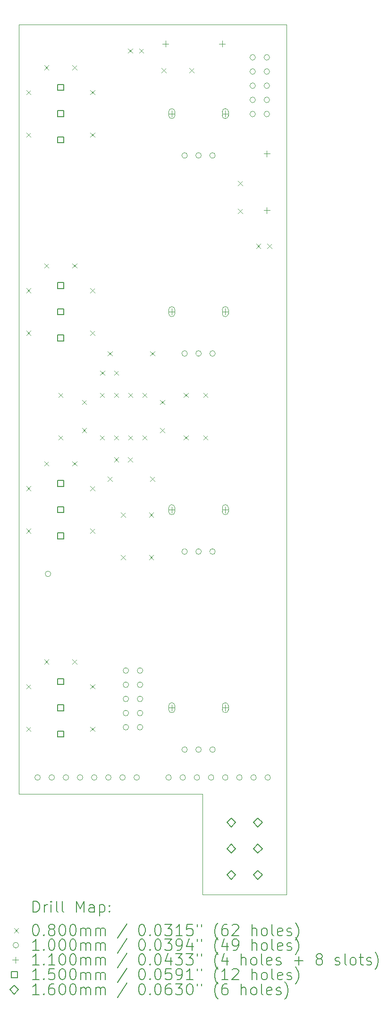
<source format=gbr>
%TF.GenerationSoftware,KiCad,Pcbnew,8.0.5*%
%TF.CreationDate,2024-12-03T21:36:43+01:00*%
%TF.ProjectId,DMH_Mixer_PCB,444d485f-4d69-4786-9572-5f5043422e6b,1*%
%TF.SameCoordinates,Original*%
%TF.FileFunction,Drillmap*%
%TF.FilePolarity,Positive*%
%FSLAX45Y45*%
G04 Gerber Fmt 4.5, Leading zero omitted, Abs format (unit mm)*
G04 Created by KiCad (PCBNEW 8.0.5) date 2024-12-03 21:36:43*
%MOMM*%
%LPD*%
G01*
G04 APERTURE LIST*
%ADD10C,0.050000*%
%ADD11C,0.200000*%
%ADD12C,0.100000*%
%ADD13C,0.110000*%
%ADD14C,0.150000*%
%ADD15C,0.160000*%
G04 APERTURE END LIST*
D10*
X8400000Y-19850000D02*
X8400000Y-18050000D01*
X9900000Y-4250000D02*
X9900000Y-19850000D01*
X5100000Y-18050000D02*
X5100000Y-4250000D01*
X5100000Y-4250000D02*
X9900000Y-4250000D01*
X9900000Y-19850000D02*
X8400000Y-19850000D01*
X8400000Y-18050000D02*
X5100000Y-18050000D01*
D11*
D12*
X5235000Y-5429000D02*
X5315000Y-5509000D01*
X5315000Y-5429000D02*
X5235000Y-5509000D01*
X5235000Y-6191000D02*
X5315000Y-6271000D01*
X5315000Y-6191000D02*
X5235000Y-6271000D01*
X5235000Y-8979000D02*
X5315000Y-9059000D01*
X5315000Y-8979000D02*
X5235000Y-9059000D01*
X5235000Y-9741000D02*
X5315000Y-9821000D01*
X5315000Y-9741000D02*
X5235000Y-9821000D01*
X5235000Y-12529000D02*
X5315000Y-12609000D01*
X5315000Y-12529000D02*
X5235000Y-12609000D01*
X5235000Y-13291000D02*
X5315000Y-13371000D01*
X5315000Y-13291000D02*
X5235000Y-13371000D01*
X5235000Y-16079000D02*
X5315000Y-16159000D01*
X5315000Y-16079000D02*
X5235000Y-16159000D01*
X5235000Y-16841000D02*
X5315000Y-16921000D01*
X5315000Y-16841000D02*
X5235000Y-16921000D01*
X5560000Y-4985000D02*
X5640000Y-5065000D01*
X5640000Y-4985000D02*
X5560000Y-5065000D01*
X5560000Y-8535000D02*
X5640000Y-8615000D01*
X5640000Y-8535000D02*
X5560000Y-8615000D01*
X5560000Y-12085000D02*
X5640000Y-12165000D01*
X5640000Y-12085000D02*
X5560000Y-12165000D01*
X5560000Y-15635000D02*
X5640000Y-15715000D01*
X5640000Y-15635000D02*
X5560000Y-15715000D01*
X5810000Y-10854000D02*
X5890000Y-10934000D01*
X5890000Y-10854000D02*
X5810000Y-10934000D01*
X5810000Y-11616000D02*
X5890000Y-11696000D01*
X5890000Y-11616000D02*
X5810000Y-11696000D01*
X6060000Y-4985000D02*
X6140000Y-5065000D01*
X6140000Y-4985000D02*
X6060000Y-5065000D01*
X6060000Y-8535000D02*
X6140000Y-8615000D01*
X6140000Y-8535000D02*
X6060000Y-8615000D01*
X6060000Y-12085000D02*
X6140000Y-12165000D01*
X6140000Y-12085000D02*
X6060000Y-12165000D01*
X6060000Y-15635000D02*
X6140000Y-15715000D01*
X6140000Y-15635000D02*
X6060000Y-15715000D01*
X6235000Y-10985000D02*
X6315000Y-11065000D01*
X6315000Y-10985000D02*
X6235000Y-11065000D01*
X6235000Y-11485000D02*
X6315000Y-11565000D01*
X6315000Y-11485000D02*
X6235000Y-11565000D01*
X6385000Y-5429000D02*
X6465000Y-5509000D01*
X6465000Y-5429000D02*
X6385000Y-5509000D01*
X6385000Y-6191000D02*
X6465000Y-6271000D01*
X6465000Y-6191000D02*
X6385000Y-6271000D01*
X6385000Y-8979000D02*
X6465000Y-9059000D01*
X6465000Y-8979000D02*
X6385000Y-9059000D01*
X6385000Y-9741000D02*
X6465000Y-9821000D01*
X6465000Y-9741000D02*
X6385000Y-9821000D01*
X6385000Y-12529000D02*
X6465000Y-12609000D01*
X6465000Y-12529000D02*
X6385000Y-12609000D01*
X6385000Y-13291000D02*
X6465000Y-13371000D01*
X6465000Y-13291000D02*
X6385000Y-13371000D01*
X6385000Y-16079000D02*
X6465000Y-16159000D01*
X6465000Y-16079000D02*
X6385000Y-16159000D01*
X6385000Y-16841000D02*
X6465000Y-16921000D01*
X6465000Y-16841000D02*
X6385000Y-16921000D01*
X6555000Y-10855000D02*
X6635000Y-10935000D01*
X6635000Y-10855000D02*
X6555000Y-10935000D01*
X6555000Y-11617000D02*
X6635000Y-11697000D01*
X6635000Y-11617000D02*
X6555000Y-11697000D01*
X6560000Y-10460000D02*
X6640000Y-10540000D01*
X6640000Y-10460000D02*
X6560000Y-10540000D01*
X6698000Y-10110000D02*
X6778000Y-10190000D01*
X6778000Y-10110000D02*
X6698000Y-10190000D01*
X6698000Y-12360000D02*
X6778000Y-12440000D01*
X6778000Y-12360000D02*
X6698000Y-12440000D01*
X6809000Y-10855000D02*
X6889000Y-10935000D01*
X6889000Y-10855000D02*
X6809000Y-10935000D01*
X6809000Y-11617000D02*
X6889000Y-11697000D01*
X6889000Y-11617000D02*
X6809000Y-11697000D01*
X6810000Y-10460000D02*
X6890000Y-10540000D01*
X6890000Y-10460000D02*
X6810000Y-10540000D01*
X6810000Y-12010000D02*
X6890000Y-12090000D01*
X6890000Y-12010000D02*
X6810000Y-12090000D01*
X6935000Y-13004000D02*
X7015000Y-13084000D01*
X7015000Y-13004000D02*
X6935000Y-13084000D01*
X6935000Y-13766000D02*
X7015000Y-13846000D01*
X7015000Y-13766000D02*
X6935000Y-13846000D01*
X7060000Y-4685000D02*
X7140000Y-4765000D01*
X7140000Y-4685000D02*
X7060000Y-4765000D01*
X7060000Y-12010000D02*
X7140000Y-12090000D01*
X7140000Y-12010000D02*
X7060000Y-12090000D01*
X7063000Y-10855000D02*
X7143000Y-10935000D01*
X7143000Y-10855000D02*
X7063000Y-10935000D01*
X7063000Y-11617000D02*
X7143000Y-11697000D01*
X7143000Y-11617000D02*
X7063000Y-11697000D01*
X7260000Y-4685000D02*
X7340000Y-4765000D01*
X7340000Y-4685000D02*
X7260000Y-4765000D01*
X7317000Y-10855000D02*
X7397000Y-10935000D01*
X7397000Y-10855000D02*
X7317000Y-10935000D01*
X7317000Y-11617000D02*
X7397000Y-11697000D01*
X7397000Y-11617000D02*
X7317000Y-11697000D01*
X7435000Y-13004000D02*
X7515000Y-13084000D01*
X7515000Y-13004000D02*
X7435000Y-13084000D01*
X7435000Y-13766000D02*
X7515000Y-13846000D01*
X7515000Y-13766000D02*
X7435000Y-13846000D01*
X7460000Y-10110000D02*
X7540000Y-10190000D01*
X7540000Y-10110000D02*
X7460000Y-10190000D01*
X7460000Y-12360000D02*
X7540000Y-12440000D01*
X7540000Y-12360000D02*
X7460000Y-12440000D01*
X7635000Y-10985000D02*
X7715000Y-11065000D01*
X7715000Y-10985000D02*
X7635000Y-11065000D01*
X7635000Y-11485000D02*
X7715000Y-11565000D01*
X7715000Y-11485000D02*
X7635000Y-11565000D01*
X7660000Y-5035000D02*
X7740000Y-5115000D01*
X7740000Y-5035000D02*
X7660000Y-5115000D01*
X8060000Y-10854000D02*
X8140000Y-10934000D01*
X8140000Y-10854000D02*
X8060000Y-10934000D01*
X8060000Y-11616000D02*
X8140000Y-11696000D01*
X8140000Y-11616000D02*
X8060000Y-11696000D01*
X8160000Y-5035000D02*
X8240000Y-5115000D01*
X8240000Y-5035000D02*
X8160000Y-5115000D01*
X8410000Y-10854000D02*
X8490000Y-10934000D01*
X8490000Y-10854000D02*
X8410000Y-10934000D01*
X8410000Y-11616000D02*
X8490000Y-11696000D01*
X8490000Y-11616000D02*
X8410000Y-11696000D01*
X9035000Y-7060000D02*
X9115000Y-7140000D01*
X9115000Y-7060000D02*
X9035000Y-7140000D01*
X9035000Y-7560000D02*
X9115000Y-7640000D01*
X9115000Y-7560000D02*
X9035000Y-7640000D01*
X9360000Y-8185000D02*
X9440000Y-8265000D01*
X9440000Y-8185000D02*
X9360000Y-8265000D01*
X9560000Y-8185000D02*
X9640000Y-8265000D01*
X9640000Y-8185000D02*
X9560000Y-8265000D01*
X5488000Y-17750000D02*
G75*
G02*
X5388000Y-17750000I-50000J0D01*
G01*
X5388000Y-17750000D02*
G75*
G02*
X5488000Y-17750000I50000J0D01*
G01*
X5675000Y-14100000D02*
G75*
G02*
X5575000Y-14100000I-50000J0D01*
G01*
X5575000Y-14100000D02*
G75*
G02*
X5675000Y-14100000I50000J0D01*
G01*
X5742000Y-17750000D02*
G75*
G02*
X5642000Y-17750000I-50000J0D01*
G01*
X5642000Y-17750000D02*
G75*
G02*
X5742000Y-17750000I50000J0D01*
G01*
X5996000Y-17750000D02*
G75*
G02*
X5896000Y-17750000I-50000J0D01*
G01*
X5896000Y-17750000D02*
G75*
G02*
X5996000Y-17750000I50000J0D01*
G01*
X6250000Y-17750000D02*
G75*
G02*
X6150000Y-17750000I-50000J0D01*
G01*
X6150000Y-17750000D02*
G75*
G02*
X6250000Y-17750000I50000J0D01*
G01*
X6504000Y-17750000D02*
G75*
G02*
X6404000Y-17750000I-50000J0D01*
G01*
X6404000Y-17750000D02*
G75*
G02*
X6504000Y-17750000I50000J0D01*
G01*
X6758000Y-17750000D02*
G75*
G02*
X6658000Y-17750000I-50000J0D01*
G01*
X6658000Y-17750000D02*
G75*
G02*
X6758000Y-17750000I50000J0D01*
G01*
X7012000Y-17750000D02*
G75*
G02*
X6912000Y-17750000I-50000J0D01*
G01*
X6912000Y-17750000D02*
G75*
G02*
X7012000Y-17750000I50000J0D01*
G01*
X7071250Y-15834000D02*
G75*
G02*
X6971250Y-15834000I-50000J0D01*
G01*
X6971250Y-15834000D02*
G75*
G02*
X7071250Y-15834000I50000J0D01*
G01*
X7071250Y-16088000D02*
G75*
G02*
X6971250Y-16088000I-50000J0D01*
G01*
X6971250Y-16088000D02*
G75*
G02*
X7071250Y-16088000I50000J0D01*
G01*
X7071250Y-16342000D02*
G75*
G02*
X6971250Y-16342000I-50000J0D01*
G01*
X6971250Y-16342000D02*
G75*
G02*
X7071250Y-16342000I50000J0D01*
G01*
X7071250Y-16596000D02*
G75*
G02*
X6971250Y-16596000I-50000J0D01*
G01*
X6971250Y-16596000D02*
G75*
G02*
X7071250Y-16596000I50000J0D01*
G01*
X7071250Y-16850000D02*
G75*
G02*
X6971250Y-16850000I-50000J0D01*
G01*
X6971250Y-16850000D02*
G75*
G02*
X7071250Y-16850000I50000J0D01*
G01*
X7266000Y-17750000D02*
G75*
G02*
X7166000Y-17750000I-50000J0D01*
G01*
X7166000Y-17750000D02*
G75*
G02*
X7266000Y-17750000I50000J0D01*
G01*
X7325250Y-15834000D02*
G75*
G02*
X7225250Y-15834000I-50000J0D01*
G01*
X7225250Y-15834000D02*
G75*
G02*
X7325250Y-15834000I50000J0D01*
G01*
X7325250Y-16088000D02*
G75*
G02*
X7225250Y-16088000I-50000J0D01*
G01*
X7225250Y-16088000D02*
G75*
G02*
X7325250Y-16088000I50000J0D01*
G01*
X7325250Y-16342000D02*
G75*
G02*
X7225250Y-16342000I-50000J0D01*
G01*
X7225250Y-16342000D02*
G75*
G02*
X7325250Y-16342000I50000J0D01*
G01*
X7325250Y-16596000D02*
G75*
G02*
X7225250Y-16596000I-50000J0D01*
G01*
X7225250Y-16596000D02*
G75*
G02*
X7325250Y-16596000I50000J0D01*
G01*
X7325250Y-16850000D02*
G75*
G02*
X7225250Y-16850000I-50000J0D01*
G01*
X7225250Y-16850000D02*
G75*
G02*
X7325250Y-16850000I50000J0D01*
G01*
X7837500Y-17750000D02*
G75*
G02*
X7737500Y-17750000I-50000J0D01*
G01*
X7737500Y-17750000D02*
G75*
G02*
X7837500Y-17750000I50000J0D01*
G01*
X8091500Y-17750000D02*
G75*
G02*
X7991500Y-17750000I-50000J0D01*
G01*
X7991500Y-17750000D02*
G75*
G02*
X8091500Y-17750000I50000J0D01*
G01*
X8125000Y-6600000D02*
G75*
G02*
X8025000Y-6600000I-50000J0D01*
G01*
X8025000Y-6600000D02*
G75*
G02*
X8125000Y-6600000I50000J0D01*
G01*
X8125000Y-10150000D02*
G75*
G02*
X8025000Y-10150000I-50000J0D01*
G01*
X8025000Y-10150000D02*
G75*
G02*
X8125000Y-10150000I50000J0D01*
G01*
X8125000Y-13700000D02*
G75*
G02*
X8025000Y-13700000I-50000J0D01*
G01*
X8025000Y-13700000D02*
G75*
G02*
X8125000Y-13700000I50000J0D01*
G01*
X8125000Y-17250000D02*
G75*
G02*
X8025000Y-17250000I-50000J0D01*
G01*
X8025000Y-17250000D02*
G75*
G02*
X8125000Y-17250000I50000J0D01*
G01*
X8345500Y-17750000D02*
G75*
G02*
X8245500Y-17750000I-50000J0D01*
G01*
X8245500Y-17750000D02*
G75*
G02*
X8345500Y-17750000I50000J0D01*
G01*
X8375000Y-6600000D02*
G75*
G02*
X8275000Y-6600000I-50000J0D01*
G01*
X8275000Y-6600000D02*
G75*
G02*
X8375000Y-6600000I50000J0D01*
G01*
X8375000Y-10150000D02*
G75*
G02*
X8275000Y-10150000I-50000J0D01*
G01*
X8275000Y-10150000D02*
G75*
G02*
X8375000Y-10150000I50000J0D01*
G01*
X8375000Y-13700000D02*
G75*
G02*
X8275000Y-13700000I-50000J0D01*
G01*
X8275000Y-13700000D02*
G75*
G02*
X8375000Y-13700000I50000J0D01*
G01*
X8375000Y-17250000D02*
G75*
G02*
X8275000Y-17250000I-50000J0D01*
G01*
X8275000Y-17250000D02*
G75*
G02*
X8375000Y-17250000I50000J0D01*
G01*
X8599500Y-17750000D02*
G75*
G02*
X8499500Y-17750000I-50000J0D01*
G01*
X8499500Y-17750000D02*
G75*
G02*
X8599500Y-17750000I50000J0D01*
G01*
X8625000Y-6600000D02*
G75*
G02*
X8525000Y-6600000I-50000J0D01*
G01*
X8525000Y-6600000D02*
G75*
G02*
X8625000Y-6600000I50000J0D01*
G01*
X8625000Y-10150000D02*
G75*
G02*
X8525000Y-10150000I-50000J0D01*
G01*
X8525000Y-10150000D02*
G75*
G02*
X8625000Y-10150000I50000J0D01*
G01*
X8625000Y-13700000D02*
G75*
G02*
X8525000Y-13700000I-50000J0D01*
G01*
X8525000Y-13700000D02*
G75*
G02*
X8625000Y-13700000I50000J0D01*
G01*
X8625000Y-17250000D02*
G75*
G02*
X8525000Y-17250000I-50000J0D01*
G01*
X8525000Y-17250000D02*
G75*
G02*
X8625000Y-17250000I50000J0D01*
G01*
X8853500Y-17750000D02*
G75*
G02*
X8753500Y-17750000I-50000J0D01*
G01*
X8753500Y-17750000D02*
G75*
G02*
X8853500Y-17750000I50000J0D01*
G01*
X9107500Y-17750000D02*
G75*
G02*
X9007500Y-17750000I-50000J0D01*
G01*
X9007500Y-17750000D02*
G75*
G02*
X9107500Y-17750000I50000J0D01*
G01*
X9346000Y-4842000D02*
G75*
G02*
X9246000Y-4842000I-50000J0D01*
G01*
X9246000Y-4842000D02*
G75*
G02*
X9346000Y-4842000I50000J0D01*
G01*
X9346000Y-5096000D02*
G75*
G02*
X9246000Y-5096000I-50000J0D01*
G01*
X9246000Y-5096000D02*
G75*
G02*
X9346000Y-5096000I50000J0D01*
G01*
X9346000Y-5350000D02*
G75*
G02*
X9246000Y-5350000I-50000J0D01*
G01*
X9246000Y-5350000D02*
G75*
G02*
X9346000Y-5350000I50000J0D01*
G01*
X9346000Y-5604000D02*
G75*
G02*
X9246000Y-5604000I-50000J0D01*
G01*
X9246000Y-5604000D02*
G75*
G02*
X9346000Y-5604000I50000J0D01*
G01*
X9346000Y-5858000D02*
G75*
G02*
X9246000Y-5858000I-50000J0D01*
G01*
X9246000Y-5858000D02*
G75*
G02*
X9346000Y-5858000I50000J0D01*
G01*
X9361500Y-17750000D02*
G75*
G02*
X9261500Y-17750000I-50000J0D01*
G01*
X9261500Y-17750000D02*
G75*
G02*
X9361500Y-17750000I50000J0D01*
G01*
X9600000Y-4842000D02*
G75*
G02*
X9500000Y-4842000I-50000J0D01*
G01*
X9500000Y-4842000D02*
G75*
G02*
X9600000Y-4842000I50000J0D01*
G01*
X9600000Y-5096000D02*
G75*
G02*
X9500000Y-5096000I-50000J0D01*
G01*
X9500000Y-5096000D02*
G75*
G02*
X9600000Y-5096000I50000J0D01*
G01*
X9600000Y-5350000D02*
G75*
G02*
X9500000Y-5350000I-50000J0D01*
G01*
X9500000Y-5350000D02*
G75*
G02*
X9600000Y-5350000I50000J0D01*
G01*
X9600000Y-5604000D02*
G75*
G02*
X9500000Y-5604000I-50000J0D01*
G01*
X9500000Y-5604000D02*
G75*
G02*
X9600000Y-5604000I50000J0D01*
G01*
X9600000Y-5858000D02*
G75*
G02*
X9500000Y-5858000I-50000J0D01*
G01*
X9500000Y-5858000D02*
G75*
G02*
X9600000Y-5858000I50000J0D01*
G01*
X9615500Y-17750000D02*
G75*
G02*
X9515500Y-17750000I-50000J0D01*
G01*
X9515500Y-17750000D02*
G75*
G02*
X9615500Y-17750000I50000J0D01*
G01*
D13*
X7734000Y-4545000D02*
X7734000Y-4655000D01*
X7679000Y-4600000D02*
X7789000Y-4600000D01*
X7845000Y-5795000D02*
X7845000Y-5905000D01*
X7790000Y-5850000D02*
X7900000Y-5850000D01*
D12*
X7900000Y-5885000D02*
X7900000Y-5815000D01*
X7790000Y-5815000D02*
G75*
G02*
X7900000Y-5815000I55000J0D01*
G01*
X7790000Y-5815000D02*
X7790000Y-5885000D01*
X7790000Y-5885000D02*
G75*
G03*
X7900000Y-5885000I55000J0D01*
G01*
D13*
X7845000Y-9345000D02*
X7845000Y-9455000D01*
X7790000Y-9400000D02*
X7900000Y-9400000D01*
D12*
X7900000Y-9435000D02*
X7900000Y-9365000D01*
X7790000Y-9365000D02*
G75*
G02*
X7900000Y-9365000I55000J0D01*
G01*
X7790000Y-9365000D02*
X7790000Y-9435000D01*
X7790000Y-9435000D02*
G75*
G03*
X7900000Y-9435000I55000J0D01*
G01*
D13*
X7845000Y-12895000D02*
X7845000Y-13005000D01*
X7790000Y-12950000D02*
X7900000Y-12950000D01*
D12*
X7900000Y-12985000D02*
X7900000Y-12915000D01*
X7790000Y-12915000D02*
G75*
G02*
X7900000Y-12915000I55000J0D01*
G01*
X7790000Y-12915000D02*
X7790000Y-12985000D01*
X7790000Y-12985000D02*
G75*
G03*
X7900000Y-12985000I55000J0D01*
G01*
D13*
X7845000Y-16445000D02*
X7845000Y-16555000D01*
X7790000Y-16500000D02*
X7900000Y-16500000D01*
D12*
X7900000Y-16535000D02*
X7900000Y-16465000D01*
X7790000Y-16465000D02*
G75*
G02*
X7900000Y-16465000I55000J0D01*
G01*
X7790000Y-16465000D02*
X7790000Y-16535000D01*
X7790000Y-16535000D02*
G75*
G03*
X7900000Y-16535000I55000J0D01*
G01*
D13*
X8750000Y-4545000D02*
X8750000Y-4655000D01*
X8695000Y-4600000D02*
X8805000Y-4600000D01*
X8805000Y-5795000D02*
X8805000Y-5905000D01*
X8750000Y-5850000D02*
X8860000Y-5850000D01*
D12*
X8860000Y-5885000D02*
X8860000Y-5815000D01*
X8750000Y-5815000D02*
G75*
G02*
X8860000Y-5815000I55000J0D01*
G01*
X8750000Y-5815000D02*
X8750000Y-5885000D01*
X8750000Y-5885000D02*
G75*
G03*
X8860000Y-5885000I55000J0D01*
G01*
D13*
X8805000Y-9345000D02*
X8805000Y-9455000D01*
X8750000Y-9400000D02*
X8860000Y-9400000D01*
D12*
X8860000Y-9435000D02*
X8860000Y-9365000D01*
X8750000Y-9365000D02*
G75*
G02*
X8860000Y-9365000I55000J0D01*
G01*
X8750000Y-9365000D02*
X8750000Y-9435000D01*
X8750000Y-9435000D02*
G75*
G03*
X8860000Y-9435000I55000J0D01*
G01*
D13*
X8805000Y-12895000D02*
X8805000Y-13005000D01*
X8750000Y-12950000D02*
X8860000Y-12950000D01*
D12*
X8860000Y-12985000D02*
X8860000Y-12915000D01*
X8750000Y-12915000D02*
G75*
G02*
X8860000Y-12915000I55000J0D01*
G01*
X8750000Y-12915000D02*
X8750000Y-12985000D01*
X8750000Y-12985000D02*
G75*
G03*
X8860000Y-12985000I55000J0D01*
G01*
D13*
X8805000Y-16445000D02*
X8805000Y-16555000D01*
X8750000Y-16500000D02*
X8860000Y-16500000D01*
D12*
X8860000Y-16535000D02*
X8860000Y-16465000D01*
X8750000Y-16465000D02*
G75*
G02*
X8860000Y-16465000I55000J0D01*
G01*
X8750000Y-16465000D02*
X8750000Y-16535000D01*
X8750000Y-16535000D02*
G75*
G03*
X8860000Y-16535000I55000J0D01*
G01*
D13*
X9550000Y-6512000D02*
X9550000Y-6622000D01*
X9495000Y-6567000D02*
X9605000Y-6567000D01*
X9550000Y-7528000D02*
X9550000Y-7638000D01*
X9495000Y-7583000D02*
X9605000Y-7583000D01*
D14*
X5903033Y-5433034D02*
X5903033Y-5326967D01*
X5796966Y-5326967D01*
X5796966Y-5433034D01*
X5903033Y-5433034D01*
X5903033Y-5903033D02*
X5903033Y-5796966D01*
X5796966Y-5796966D01*
X5796966Y-5903033D01*
X5903033Y-5903033D01*
X5903033Y-6373033D02*
X5903033Y-6266966D01*
X5796966Y-6266966D01*
X5796966Y-6373033D01*
X5903033Y-6373033D01*
X5903033Y-8983034D02*
X5903033Y-8876967D01*
X5796966Y-8876967D01*
X5796966Y-8983034D01*
X5903033Y-8983034D01*
X5903033Y-9453034D02*
X5903033Y-9346967D01*
X5796966Y-9346967D01*
X5796966Y-9453034D01*
X5903033Y-9453034D01*
X5903033Y-9923034D02*
X5903033Y-9816967D01*
X5796966Y-9816967D01*
X5796966Y-9923034D01*
X5903033Y-9923034D01*
X5903033Y-12533033D02*
X5903033Y-12426966D01*
X5796966Y-12426966D01*
X5796966Y-12533033D01*
X5903033Y-12533033D01*
X5903033Y-13003033D02*
X5903033Y-12896966D01*
X5796966Y-12896966D01*
X5796966Y-13003033D01*
X5903033Y-13003033D01*
X5903033Y-13473033D02*
X5903033Y-13366966D01*
X5796966Y-13366966D01*
X5796966Y-13473033D01*
X5903033Y-13473033D01*
X5903033Y-16083033D02*
X5903033Y-15976966D01*
X5796966Y-15976966D01*
X5796966Y-16083033D01*
X5903033Y-16083033D01*
X5903033Y-16553033D02*
X5903033Y-16446966D01*
X5796966Y-16446966D01*
X5796966Y-16553033D01*
X5903033Y-16553033D01*
X5903033Y-17023034D02*
X5903033Y-16916967D01*
X5796966Y-16916967D01*
X5796966Y-17023034D01*
X5903033Y-17023034D01*
D15*
X8912500Y-18635000D02*
X8992500Y-18555000D01*
X8912500Y-18475000D01*
X8832500Y-18555000D01*
X8912500Y-18635000D01*
X8912500Y-19105000D02*
X8992500Y-19025000D01*
X8912500Y-18945000D01*
X8832500Y-19025000D01*
X8912500Y-19105000D01*
X8912500Y-19575000D02*
X8992500Y-19495000D01*
X8912500Y-19415000D01*
X8832500Y-19495000D01*
X8912500Y-19575000D01*
X9387500Y-18635000D02*
X9467500Y-18555000D01*
X9387500Y-18475000D01*
X9307500Y-18555000D01*
X9387500Y-18635000D01*
X9387500Y-19105000D02*
X9467500Y-19025000D01*
X9387500Y-18945000D01*
X9307500Y-19025000D01*
X9387500Y-19105000D01*
X9387500Y-19575000D02*
X9467500Y-19495000D01*
X9387500Y-19415000D01*
X9307500Y-19495000D01*
X9387500Y-19575000D01*
D11*
X5358277Y-20163984D02*
X5358277Y-19963984D01*
X5358277Y-19963984D02*
X5405896Y-19963984D01*
X5405896Y-19963984D02*
X5434467Y-19973508D01*
X5434467Y-19973508D02*
X5453515Y-19992555D01*
X5453515Y-19992555D02*
X5463039Y-20011603D01*
X5463039Y-20011603D02*
X5472563Y-20049698D01*
X5472563Y-20049698D02*
X5472563Y-20078270D01*
X5472563Y-20078270D02*
X5463039Y-20116365D01*
X5463039Y-20116365D02*
X5453515Y-20135412D01*
X5453515Y-20135412D02*
X5434467Y-20154460D01*
X5434467Y-20154460D02*
X5405896Y-20163984D01*
X5405896Y-20163984D02*
X5358277Y-20163984D01*
X5558277Y-20163984D02*
X5558277Y-20030650D01*
X5558277Y-20068746D02*
X5567801Y-20049698D01*
X5567801Y-20049698D02*
X5577324Y-20040174D01*
X5577324Y-20040174D02*
X5596372Y-20030650D01*
X5596372Y-20030650D02*
X5615420Y-20030650D01*
X5682086Y-20163984D02*
X5682086Y-20030650D01*
X5682086Y-19963984D02*
X5672562Y-19973508D01*
X5672562Y-19973508D02*
X5682086Y-19983031D01*
X5682086Y-19983031D02*
X5691610Y-19973508D01*
X5691610Y-19973508D02*
X5682086Y-19963984D01*
X5682086Y-19963984D02*
X5682086Y-19983031D01*
X5805896Y-20163984D02*
X5786848Y-20154460D01*
X5786848Y-20154460D02*
X5777324Y-20135412D01*
X5777324Y-20135412D02*
X5777324Y-19963984D01*
X5910658Y-20163984D02*
X5891610Y-20154460D01*
X5891610Y-20154460D02*
X5882086Y-20135412D01*
X5882086Y-20135412D02*
X5882086Y-19963984D01*
X6139229Y-20163984D02*
X6139229Y-19963984D01*
X6139229Y-19963984D02*
X6205896Y-20106841D01*
X6205896Y-20106841D02*
X6272562Y-19963984D01*
X6272562Y-19963984D02*
X6272562Y-20163984D01*
X6453515Y-20163984D02*
X6453515Y-20059222D01*
X6453515Y-20059222D02*
X6443991Y-20040174D01*
X6443991Y-20040174D02*
X6424943Y-20030650D01*
X6424943Y-20030650D02*
X6386848Y-20030650D01*
X6386848Y-20030650D02*
X6367801Y-20040174D01*
X6453515Y-20154460D02*
X6434467Y-20163984D01*
X6434467Y-20163984D02*
X6386848Y-20163984D01*
X6386848Y-20163984D02*
X6367801Y-20154460D01*
X6367801Y-20154460D02*
X6358277Y-20135412D01*
X6358277Y-20135412D02*
X6358277Y-20116365D01*
X6358277Y-20116365D02*
X6367801Y-20097317D01*
X6367801Y-20097317D02*
X6386848Y-20087793D01*
X6386848Y-20087793D02*
X6434467Y-20087793D01*
X6434467Y-20087793D02*
X6453515Y-20078270D01*
X6548753Y-20030650D02*
X6548753Y-20230650D01*
X6548753Y-20040174D02*
X6567801Y-20030650D01*
X6567801Y-20030650D02*
X6605896Y-20030650D01*
X6605896Y-20030650D02*
X6624943Y-20040174D01*
X6624943Y-20040174D02*
X6634467Y-20049698D01*
X6634467Y-20049698D02*
X6643991Y-20068746D01*
X6643991Y-20068746D02*
X6643991Y-20125889D01*
X6643991Y-20125889D02*
X6634467Y-20144936D01*
X6634467Y-20144936D02*
X6624943Y-20154460D01*
X6624943Y-20154460D02*
X6605896Y-20163984D01*
X6605896Y-20163984D02*
X6567801Y-20163984D01*
X6567801Y-20163984D02*
X6548753Y-20154460D01*
X6729705Y-20144936D02*
X6739229Y-20154460D01*
X6739229Y-20154460D02*
X6729705Y-20163984D01*
X6729705Y-20163984D02*
X6720182Y-20154460D01*
X6720182Y-20154460D02*
X6729705Y-20144936D01*
X6729705Y-20144936D02*
X6729705Y-20163984D01*
X6729705Y-20040174D02*
X6739229Y-20049698D01*
X6739229Y-20049698D02*
X6729705Y-20059222D01*
X6729705Y-20059222D02*
X6720182Y-20049698D01*
X6720182Y-20049698D02*
X6729705Y-20040174D01*
X6729705Y-20040174D02*
X6729705Y-20059222D01*
D12*
X5017500Y-20452500D02*
X5097500Y-20532500D01*
X5097500Y-20452500D02*
X5017500Y-20532500D01*
D11*
X5396372Y-20383984D02*
X5415420Y-20383984D01*
X5415420Y-20383984D02*
X5434467Y-20393508D01*
X5434467Y-20393508D02*
X5443991Y-20403031D01*
X5443991Y-20403031D02*
X5453515Y-20422079D01*
X5453515Y-20422079D02*
X5463039Y-20460174D01*
X5463039Y-20460174D02*
X5463039Y-20507793D01*
X5463039Y-20507793D02*
X5453515Y-20545889D01*
X5453515Y-20545889D02*
X5443991Y-20564936D01*
X5443991Y-20564936D02*
X5434467Y-20574460D01*
X5434467Y-20574460D02*
X5415420Y-20583984D01*
X5415420Y-20583984D02*
X5396372Y-20583984D01*
X5396372Y-20583984D02*
X5377324Y-20574460D01*
X5377324Y-20574460D02*
X5367801Y-20564936D01*
X5367801Y-20564936D02*
X5358277Y-20545889D01*
X5358277Y-20545889D02*
X5348753Y-20507793D01*
X5348753Y-20507793D02*
X5348753Y-20460174D01*
X5348753Y-20460174D02*
X5358277Y-20422079D01*
X5358277Y-20422079D02*
X5367801Y-20403031D01*
X5367801Y-20403031D02*
X5377324Y-20393508D01*
X5377324Y-20393508D02*
X5396372Y-20383984D01*
X5548753Y-20564936D02*
X5558277Y-20574460D01*
X5558277Y-20574460D02*
X5548753Y-20583984D01*
X5548753Y-20583984D02*
X5539229Y-20574460D01*
X5539229Y-20574460D02*
X5548753Y-20564936D01*
X5548753Y-20564936D02*
X5548753Y-20583984D01*
X5672562Y-20469698D02*
X5653515Y-20460174D01*
X5653515Y-20460174D02*
X5643991Y-20450650D01*
X5643991Y-20450650D02*
X5634467Y-20431603D01*
X5634467Y-20431603D02*
X5634467Y-20422079D01*
X5634467Y-20422079D02*
X5643991Y-20403031D01*
X5643991Y-20403031D02*
X5653515Y-20393508D01*
X5653515Y-20393508D02*
X5672562Y-20383984D01*
X5672562Y-20383984D02*
X5710658Y-20383984D01*
X5710658Y-20383984D02*
X5729705Y-20393508D01*
X5729705Y-20393508D02*
X5739229Y-20403031D01*
X5739229Y-20403031D02*
X5748753Y-20422079D01*
X5748753Y-20422079D02*
X5748753Y-20431603D01*
X5748753Y-20431603D02*
X5739229Y-20450650D01*
X5739229Y-20450650D02*
X5729705Y-20460174D01*
X5729705Y-20460174D02*
X5710658Y-20469698D01*
X5710658Y-20469698D02*
X5672562Y-20469698D01*
X5672562Y-20469698D02*
X5653515Y-20479222D01*
X5653515Y-20479222D02*
X5643991Y-20488746D01*
X5643991Y-20488746D02*
X5634467Y-20507793D01*
X5634467Y-20507793D02*
X5634467Y-20545889D01*
X5634467Y-20545889D02*
X5643991Y-20564936D01*
X5643991Y-20564936D02*
X5653515Y-20574460D01*
X5653515Y-20574460D02*
X5672562Y-20583984D01*
X5672562Y-20583984D02*
X5710658Y-20583984D01*
X5710658Y-20583984D02*
X5729705Y-20574460D01*
X5729705Y-20574460D02*
X5739229Y-20564936D01*
X5739229Y-20564936D02*
X5748753Y-20545889D01*
X5748753Y-20545889D02*
X5748753Y-20507793D01*
X5748753Y-20507793D02*
X5739229Y-20488746D01*
X5739229Y-20488746D02*
X5729705Y-20479222D01*
X5729705Y-20479222D02*
X5710658Y-20469698D01*
X5872562Y-20383984D02*
X5891610Y-20383984D01*
X5891610Y-20383984D02*
X5910658Y-20393508D01*
X5910658Y-20393508D02*
X5920182Y-20403031D01*
X5920182Y-20403031D02*
X5929705Y-20422079D01*
X5929705Y-20422079D02*
X5939229Y-20460174D01*
X5939229Y-20460174D02*
X5939229Y-20507793D01*
X5939229Y-20507793D02*
X5929705Y-20545889D01*
X5929705Y-20545889D02*
X5920182Y-20564936D01*
X5920182Y-20564936D02*
X5910658Y-20574460D01*
X5910658Y-20574460D02*
X5891610Y-20583984D01*
X5891610Y-20583984D02*
X5872562Y-20583984D01*
X5872562Y-20583984D02*
X5853515Y-20574460D01*
X5853515Y-20574460D02*
X5843991Y-20564936D01*
X5843991Y-20564936D02*
X5834467Y-20545889D01*
X5834467Y-20545889D02*
X5824943Y-20507793D01*
X5824943Y-20507793D02*
X5824943Y-20460174D01*
X5824943Y-20460174D02*
X5834467Y-20422079D01*
X5834467Y-20422079D02*
X5843991Y-20403031D01*
X5843991Y-20403031D02*
X5853515Y-20393508D01*
X5853515Y-20393508D02*
X5872562Y-20383984D01*
X6063039Y-20383984D02*
X6082086Y-20383984D01*
X6082086Y-20383984D02*
X6101134Y-20393508D01*
X6101134Y-20393508D02*
X6110658Y-20403031D01*
X6110658Y-20403031D02*
X6120182Y-20422079D01*
X6120182Y-20422079D02*
X6129705Y-20460174D01*
X6129705Y-20460174D02*
X6129705Y-20507793D01*
X6129705Y-20507793D02*
X6120182Y-20545889D01*
X6120182Y-20545889D02*
X6110658Y-20564936D01*
X6110658Y-20564936D02*
X6101134Y-20574460D01*
X6101134Y-20574460D02*
X6082086Y-20583984D01*
X6082086Y-20583984D02*
X6063039Y-20583984D01*
X6063039Y-20583984D02*
X6043991Y-20574460D01*
X6043991Y-20574460D02*
X6034467Y-20564936D01*
X6034467Y-20564936D02*
X6024943Y-20545889D01*
X6024943Y-20545889D02*
X6015420Y-20507793D01*
X6015420Y-20507793D02*
X6015420Y-20460174D01*
X6015420Y-20460174D02*
X6024943Y-20422079D01*
X6024943Y-20422079D02*
X6034467Y-20403031D01*
X6034467Y-20403031D02*
X6043991Y-20393508D01*
X6043991Y-20393508D02*
X6063039Y-20383984D01*
X6215420Y-20583984D02*
X6215420Y-20450650D01*
X6215420Y-20469698D02*
X6224943Y-20460174D01*
X6224943Y-20460174D02*
X6243991Y-20450650D01*
X6243991Y-20450650D02*
X6272563Y-20450650D01*
X6272563Y-20450650D02*
X6291610Y-20460174D01*
X6291610Y-20460174D02*
X6301134Y-20479222D01*
X6301134Y-20479222D02*
X6301134Y-20583984D01*
X6301134Y-20479222D02*
X6310658Y-20460174D01*
X6310658Y-20460174D02*
X6329705Y-20450650D01*
X6329705Y-20450650D02*
X6358277Y-20450650D01*
X6358277Y-20450650D02*
X6377324Y-20460174D01*
X6377324Y-20460174D02*
X6386848Y-20479222D01*
X6386848Y-20479222D02*
X6386848Y-20583984D01*
X6482086Y-20583984D02*
X6482086Y-20450650D01*
X6482086Y-20469698D02*
X6491610Y-20460174D01*
X6491610Y-20460174D02*
X6510658Y-20450650D01*
X6510658Y-20450650D02*
X6539229Y-20450650D01*
X6539229Y-20450650D02*
X6558277Y-20460174D01*
X6558277Y-20460174D02*
X6567801Y-20479222D01*
X6567801Y-20479222D02*
X6567801Y-20583984D01*
X6567801Y-20479222D02*
X6577324Y-20460174D01*
X6577324Y-20460174D02*
X6596372Y-20450650D01*
X6596372Y-20450650D02*
X6624943Y-20450650D01*
X6624943Y-20450650D02*
X6643991Y-20460174D01*
X6643991Y-20460174D02*
X6653515Y-20479222D01*
X6653515Y-20479222D02*
X6653515Y-20583984D01*
X7043991Y-20374460D02*
X6872563Y-20631603D01*
X7301134Y-20383984D02*
X7320182Y-20383984D01*
X7320182Y-20383984D02*
X7339229Y-20393508D01*
X7339229Y-20393508D02*
X7348753Y-20403031D01*
X7348753Y-20403031D02*
X7358277Y-20422079D01*
X7358277Y-20422079D02*
X7367801Y-20460174D01*
X7367801Y-20460174D02*
X7367801Y-20507793D01*
X7367801Y-20507793D02*
X7358277Y-20545889D01*
X7358277Y-20545889D02*
X7348753Y-20564936D01*
X7348753Y-20564936D02*
X7339229Y-20574460D01*
X7339229Y-20574460D02*
X7320182Y-20583984D01*
X7320182Y-20583984D02*
X7301134Y-20583984D01*
X7301134Y-20583984D02*
X7282086Y-20574460D01*
X7282086Y-20574460D02*
X7272563Y-20564936D01*
X7272563Y-20564936D02*
X7263039Y-20545889D01*
X7263039Y-20545889D02*
X7253515Y-20507793D01*
X7253515Y-20507793D02*
X7253515Y-20460174D01*
X7253515Y-20460174D02*
X7263039Y-20422079D01*
X7263039Y-20422079D02*
X7272563Y-20403031D01*
X7272563Y-20403031D02*
X7282086Y-20393508D01*
X7282086Y-20393508D02*
X7301134Y-20383984D01*
X7453515Y-20564936D02*
X7463039Y-20574460D01*
X7463039Y-20574460D02*
X7453515Y-20583984D01*
X7453515Y-20583984D02*
X7443991Y-20574460D01*
X7443991Y-20574460D02*
X7453515Y-20564936D01*
X7453515Y-20564936D02*
X7453515Y-20583984D01*
X7586848Y-20383984D02*
X7605896Y-20383984D01*
X7605896Y-20383984D02*
X7624944Y-20393508D01*
X7624944Y-20393508D02*
X7634467Y-20403031D01*
X7634467Y-20403031D02*
X7643991Y-20422079D01*
X7643991Y-20422079D02*
X7653515Y-20460174D01*
X7653515Y-20460174D02*
X7653515Y-20507793D01*
X7653515Y-20507793D02*
X7643991Y-20545889D01*
X7643991Y-20545889D02*
X7634467Y-20564936D01*
X7634467Y-20564936D02*
X7624944Y-20574460D01*
X7624944Y-20574460D02*
X7605896Y-20583984D01*
X7605896Y-20583984D02*
X7586848Y-20583984D01*
X7586848Y-20583984D02*
X7567801Y-20574460D01*
X7567801Y-20574460D02*
X7558277Y-20564936D01*
X7558277Y-20564936D02*
X7548753Y-20545889D01*
X7548753Y-20545889D02*
X7539229Y-20507793D01*
X7539229Y-20507793D02*
X7539229Y-20460174D01*
X7539229Y-20460174D02*
X7548753Y-20422079D01*
X7548753Y-20422079D02*
X7558277Y-20403031D01*
X7558277Y-20403031D02*
X7567801Y-20393508D01*
X7567801Y-20393508D02*
X7586848Y-20383984D01*
X7720182Y-20383984D02*
X7843991Y-20383984D01*
X7843991Y-20383984D02*
X7777325Y-20460174D01*
X7777325Y-20460174D02*
X7805896Y-20460174D01*
X7805896Y-20460174D02*
X7824944Y-20469698D01*
X7824944Y-20469698D02*
X7834467Y-20479222D01*
X7834467Y-20479222D02*
X7843991Y-20498270D01*
X7843991Y-20498270D02*
X7843991Y-20545889D01*
X7843991Y-20545889D02*
X7834467Y-20564936D01*
X7834467Y-20564936D02*
X7824944Y-20574460D01*
X7824944Y-20574460D02*
X7805896Y-20583984D01*
X7805896Y-20583984D02*
X7748753Y-20583984D01*
X7748753Y-20583984D02*
X7729706Y-20574460D01*
X7729706Y-20574460D02*
X7720182Y-20564936D01*
X8034467Y-20583984D02*
X7920182Y-20583984D01*
X7977325Y-20583984D02*
X7977325Y-20383984D01*
X7977325Y-20383984D02*
X7958277Y-20412555D01*
X7958277Y-20412555D02*
X7939229Y-20431603D01*
X7939229Y-20431603D02*
X7920182Y-20441127D01*
X8215420Y-20383984D02*
X8120182Y-20383984D01*
X8120182Y-20383984D02*
X8110658Y-20479222D01*
X8110658Y-20479222D02*
X8120182Y-20469698D01*
X8120182Y-20469698D02*
X8139229Y-20460174D01*
X8139229Y-20460174D02*
X8186848Y-20460174D01*
X8186848Y-20460174D02*
X8205896Y-20469698D01*
X8205896Y-20469698D02*
X8215420Y-20479222D01*
X8215420Y-20479222D02*
X8224944Y-20498270D01*
X8224944Y-20498270D02*
X8224944Y-20545889D01*
X8224944Y-20545889D02*
X8215420Y-20564936D01*
X8215420Y-20564936D02*
X8205896Y-20574460D01*
X8205896Y-20574460D02*
X8186848Y-20583984D01*
X8186848Y-20583984D02*
X8139229Y-20583984D01*
X8139229Y-20583984D02*
X8120182Y-20574460D01*
X8120182Y-20574460D02*
X8110658Y-20564936D01*
X8301134Y-20383984D02*
X8301134Y-20422079D01*
X8377325Y-20383984D02*
X8377325Y-20422079D01*
X8672563Y-20660174D02*
X8663039Y-20650650D01*
X8663039Y-20650650D02*
X8643991Y-20622079D01*
X8643991Y-20622079D02*
X8634468Y-20603031D01*
X8634468Y-20603031D02*
X8624944Y-20574460D01*
X8624944Y-20574460D02*
X8615420Y-20526841D01*
X8615420Y-20526841D02*
X8615420Y-20488746D01*
X8615420Y-20488746D02*
X8624944Y-20441127D01*
X8624944Y-20441127D02*
X8634468Y-20412555D01*
X8634468Y-20412555D02*
X8643991Y-20393508D01*
X8643991Y-20393508D02*
X8663039Y-20364936D01*
X8663039Y-20364936D02*
X8672563Y-20355412D01*
X8834468Y-20383984D02*
X8796372Y-20383984D01*
X8796372Y-20383984D02*
X8777325Y-20393508D01*
X8777325Y-20393508D02*
X8767801Y-20403031D01*
X8767801Y-20403031D02*
X8748753Y-20431603D01*
X8748753Y-20431603D02*
X8739230Y-20469698D01*
X8739230Y-20469698D02*
X8739230Y-20545889D01*
X8739230Y-20545889D02*
X8748753Y-20564936D01*
X8748753Y-20564936D02*
X8758277Y-20574460D01*
X8758277Y-20574460D02*
X8777325Y-20583984D01*
X8777325Y-20583984D02*
X8815420Y-20583984D01*
X8815420Y-20583984D02*
X8834468Y-20574460D01*
X8834468Y-20574460D02*
X8843991Y-20564936D01*
X8843991Y-20564936D02*
X8853515Y-20545889D01*
X8853515Y-20545889D02*
X8853515Y-20498270D01*
X8853515Y-20498270D02*
X8843991Y-20479222D01*
X8843991Y-20479222D02*
X8834468Y-20469698D01*
X8834468Y-20469698D02*
X8815420Y-20460174D01*
X8815420Y-20460174D02*
X8777325Y-20460174D01*
X8777325Y-20460174D02*
X8758277Y-20469698D01*
X8758277Y-20469698D02*
X8748753Y-20479222D01*
X8748753Y-20479222D02*
X8739230Y-20498270D01*
X8929706Y-20403031D02*
X8939230Y-20393508D01*
X8939230Y-20393508D02*
X8958277Y-20383984D01*
X8958277Y-20383984D02*
X9005896Y-20383984D01*
X9005896Y-20383984D02*
X9024944Y-20393508D01*
X9024944Y-20393508D02*
X9034468Y-20403031D01*
X9034468Y-20403031D02*
X9043991Y-20422079D01*
X9043991Y-20422079D02*
X9043991Y-20441127D01*
X9043991Y-20441127D02*
X9034468Y-20469698D01*
X9034468Y-20469698D02*
X8920182Y-20583984D01*
X8920182Y-20583984D02*
X9043991Y-20583984D01*
X9282087Y-20583984D02*
X9282087Y-20383984D01*
X9367801Y-20583984D02*
X9367801Y-20479222D01*
X9367801Y-20479222D02*
X9358277Y-20460174D01*
X9358277Y-20460174D02*
X9339230Y-20450650D01*
X9339230Y-20450650D02*
X9310658Y-20450650D01*
X9310658Y-20450650D02*
X9291611Y-20460174D01*
X9291611Y-20460174D02*
X9282087Y-20469698D01*
X9491611Y-20583984D02*
X9472563Y-20574460D01*
X9472563Y-20574460D02*
X9463039Y-20564936D01*
X9463039Y-20564936D02*
X9453515Y-20545889D01*
X9453515Y-20545889D02*
X9453515Y-20488746D01*
X9453515Y-20488746D02*
X9463039Y-20469698D01*
X9463039Y-20469698D02*
X9472563Y-20460174D01*
X9472563Y-20460174D02*
X9491611Y-20450650D01*
X9491611Y-20450650D02*
X9520182Y-20450650D01*
X9520182Y-20450650D02*
X9539230Y-20460174D01*
X9539230Y-20460174D02*
X9548753Y-20469698D01*
X9548753Y-20469698D02*
X9558277Y-20488746D01*
X9558277Y-20488746D02*
X9558277Y-20545889D01*
X9558277Y-20545889D02*
X9548753Y-20564936D01*
X9548753Y-20564936D02*
X9539230Y-20574460D01*
X9539230Y-20574460D02*
X9520182Y-20583984D01*
X9520182Y-20583984D02*
X9491611Y-20583984D01*
X9672563Y-20583984D02*
X9653515Y-20574460D01*
X9653515Y-20574460D02*
X9643992Y-20555412D01*
X9643992Y-20555412D02*
X9643992Y-20383984D01*
X9824944Y-20574460D02*
X9805896Y-20583984D01*
X9805896Y-20583984D02*
X9767801Y-20583984D01*
X9767801Y-20583984D02*
X9748753Y-20574460D01*
X9748753Y-20574460D02*
X9739230Y-20555412D01*
X9739230Y-20555412D02*
X9739230Y-20479222D01*
X9739230Y-20479222D02*
X9748753Y-20460174D01*
X9748753Y-20460174D02*
X9767801Y-20450650D01*
X9767801Y-20450650D02*
X9805896Y-20450650D01*
X9805896Y-20450650D02*
X9824944Y-20460174D01*
X9824944Y-20460174D02*
X9834468Y-20479222D01*
X9834468Y-20479222D02*
X9834468Y-20498270D01*
X9834468Y-20498270D02*
X9739230Y-20517317D01*
X9910658Y-20574460D02*
X9929706Y-20583984D01*
X9929706Y-20583984D02*
X9967801Y-20583984D01*
X9967801Y-20583984D02*
X9986849Y-20574460D01*
X9986849Y-20574460D02*
X9996373Y-20555412D01*
X9996373Y-20555412D02*
X9996373Y-20545889D01*
X9996373Y-20545889D02*
X9986849Y-20526841D01*
X9986849Y-20526841D02*
X9967801Y-20517317D01*
X9967801Y-20517317D02*
X9939230Y-20517317D01*
X9939230Y-20517317D02*
X9920182Y-20507793D01*
X9920182Y-20507793D02*
X9910658Y-20488746D01*
X9910658Y-20488746D02*
X9910658Y-20479222D01*
X9910658Y-20479222D02*
X9920182Y-20460174D01*
X9920182Y-20460174D02*
X9939230Y-20450650D01*
X9939230Y-20450650D02*
X9967801Y-20450650D01*
X9967801Y-20450650D02*
X9986849Y-20460174D01*
X10063039Y-20660174D02*
X10072563Y-20650650D01*
X10072563Y-20650650D02*
X10091611Y-20622079D01*
X10091611Y-20622079D02*
X10101134Y-20603031D01*
X10101134Y-20603031D02*
X10110658Y-20574460D01*
X10110658Y-20574460D02*
X10120182Y-20526841D01*
X10120182Y-20526841D02*
X10120182Y-20488746D01*
X10120182Y-20488746D02*
X10110658Y-20441127D01*
X10110658Y-20441127D02*
X10101134Y-20412555D01*
X10101134Y-20412555D02*
X10091611Y-20393508D01*
X10091611Y-20393508D02*
X10072563Y-20364936D01*
X10072563Y-20364936D02*
X10063039Y-20355412D01*
D12*
X5097500Y-20756500D02*
G75*
G02*
X4997500Y-20756500I-50000J0D01*
G01*
X4997500Y-20756500D02*
G75*
G02*
X5097500Y-20756500I50000J0D01*
G01*
D11*
X5463039Y-20847984D02*
X5348753Y-20847984D01*
X5405896Y-20847984D02*
X5405896Y-20647984D01*
X5405896Y-20647984D02*
X5386848Y-20676555D01*
X5386848Y-20676555D02*
X5367801Y-20695603D01*
X5367801Y-20695603D02*
X5348753Y-20705127D01*
X5548753Y-20828936D02*
X5558277Y-20838460D01*
X5558277Y-20838460D02*
X5548753Y-20847984D01*
X5548753Y-20847984D02*
X5539229Y-20838460D01*
X5539229Y-20838460D02*
X5548753Y-20828936D01*
X5548753Y-20828936D02*
X5548753Y-20847984D01*
X5682086Y-20647984D02*
X5701134Y-20647984D01*
X5701134Y-20647984D02*
X5720182Y-20657508D01*
X5720182Y-20657508D02*
X5729705Y-20667031D01*
X5729705Y-20667031D02*
X5739229Y-20686079D01*
X5739229Y-20686079D02*
X5748753Y-20724174D01*
X5748753Y-20724174D02*
X5748753Y-20771793D01*
X5748753Y-20771793D02*
X5739229Y-20809889D01*
X5739229Y-20809889D02*
X5729705Y-20828936D01*
X5729705Y-20828936D02*
X5720182Y-20838460D01*
X5720182Y-20838460D02*
X5701134Y-20847984D01*
X5701134Y-20847984D02*
X5682086Y-20847984D01*
X5682086Y-20847984D02*
X5663039Y-20838460D01*
X5663039Y-20838460D02*
X5653515Y-20828936D01*
X5653515Y-20828936D02*
X5643991Y-20809889D01*
X5643991Y-20809889D02*
X5634467Y-20771793D01*
X5634467Y-20771793D02*
X5634467Y-20724174D01*
X5634467Y-20724174D02*
X5643991Y-20686079D01*
X5643991Y-20686079D02*
X5653515Y-20667031D01*
X5653515Y-20667031D02*
X5663039Y-20657508D01*
X5663039Y-20657508D02*
X5682086Y-20647984D01*
X5872562Y-20647984D02*
X5891610Y-20647984D01*
X5891610Y-20647984D02*
X5910658Y-20657508D01*
X5910658Y-20657508D02*
X5920182Y-20667031D01*
X5920182Y-20667031D02*
X5929705Y-20686079D01*
X5929705Y-20686079D02*
X5939229Y-20724174D01*
X5939229Y-20724174D02*
X5939229Y-20771793D01*
X5939229Y-20771793D02*
X5929705Y-20809889D01*
X5929705Y-20809889D02*
X5920182Y-20828936D01*
X5920182Y-20828936D02*
X5910658Y-20838460D01*
X5910658Y-20838460D02*
X5891610Y-20847984D01*
X5891610Y-20847984D02*
X5872562Y-20847984D01*
X5872562Y-20847984D02*
X5853515Y-20838460D01*
X5853515Y-20838460D02*
X5843991Y-20828936D01*
X5843991Y-20828936D02*
X5834467Y-20809889D01*
X5834467Y-20809889D02*
X5824943Y-20771793D01*
X5824943Y-20771793D02*
X5824943Y-20724174D01*
X5824943Y-20724174D02*
X5834467Y-20686079D01*
X5834467Y-20686079D02*
X5843991Y-20667031D01*
X5843991Y-20667031D02*
X5853515Y-20657508D01*
X5853515Y-20657508D02*
X5872562Y-20647984D01*
X6063039Y-20647984D02*
X6082086Y-20647984D01*
X6082086Y-20647984D02*
X6101134Y-20657508D01*
X6101134Y-20657508D02*
X6110658Y-20667031D01*
X6110658Y-20667031D02*
X6120182Y-20686079D01*
X6120182Y-20686079D02*
X6129705Y-20724174D01*
X6129705Y-20724174D02*
X6129705Y-20771793D01*
X6129705Y-20771793D02*
X6120182Y-20809889D01*
X6120182Y-20809889D02*
X6110658Y-20828936D01*
X6110658Y-20828936D02*
X6101134Y-20838460D01*
X6101134Y-20838460D02*
X6082086Y-20847984D01*
X6082086Y-20847984D02*
X6063039Y-20847984D01*
X6063039Y-20847984D02*
X6043991Y-20838460D01*
X6043991Y-20838460D02*
X6034467Y-20828936D01*
X6034467Y-20828936D02*
X6024943Y-20809889D01*
X6024943Y-20809889D02*
X6015420Y-20771793D01*
X6015420Y-20771793D02*
X6015420Y-20724174D01*
X6015420Y-20724174D02*
X6024943Y-20686079D01*
X6024943Y-20686079D02*
X6034467Y-20667031D01*
X6034467Y-20667031D02*
X6043991Y-20657508D01*
X6043991Y-20657508D02*
X6063039Y-20647984D01*
X6215420Y-20847984D02*
X6215420Y-20714650D01*
X6215420Y-20733698D02*
X6224943Y-20724174D01*
X6224943Y-20724174D02*
X6243991Y-20714650D01*
X6243991Y-20714650D02*
X6272563Y-20714650D01*
X6272563Y-20714650D02*
X6291610Y-20724174D01*
X6291610Y-20724174D02*
X6301134Y-20743222D01*
X6301134Y-20743222D02*
X6301134Y-20847984D01*
X6301134Y-20743222D02*
X6310658Y-20724174D01*
X6310658Y-20724174D02*
X6329705Y-20714650D01*
X6329705Y-20714650D02*
X6358277Y-20714650D01*
X6358277Y-20714650D02*
X6377324Y-20724174D01*
X6377324Y-20724174D02*
X6386848Y-20743222D01*
X6386848Y-20743222D02*
X6386848Y-20847984D01*
X6482086Y-20847984D02*
X6482086Y-20714650D01*
X6482086Y-20733698D02*
X6491610Y-20724174D01*
X6491610Y-20724174D02*
X6510658Y-20714650D01*
X6510658Y-20714650D02*
X6539229Y-20714650D01*
X6539229Y-20714650D02*
X6558277Y-20724174D01*
X6558277Y-20724174D02*
X6567801Y-20743222D01*
X6567801Y-20743222D02*
X6567801Y-20847984D01*
X6567801Y-20743222D02*
X6577324Y-20724174D01*
X6577324Y-20724174D02*
X6596372Y-20714650D01*
X6596372Y-20714650D02*
X6624943Y-20714650D01*
X6624943Y-20714650D02*
X6643991Y-20724174D01*
X6643991Y-20724174D02*
X6653515Y-20743222D01*
X6653515Y-20743222D02*
X6653515Y-20847984D01*
X7043991Y-20638460D02*
X6872563Y-20895603D01*
X7301134Y-20647984D02*
X7320182Y-20647984D01*
X7320182Y-20647984D02*
X7339229Y-20657508D01*
X7339229Y-20657508D02*
X7348753Y-20667031D01*
X7348753Y-20667031D02*
X7358277Y-20686079D01*
X7358277Y-20686079D02*
X7367801Y-20724174D01*
X7367801Y-20724174D02*
X7367801Y-20771793D01*
X7367801Y-20771793D02*
X7358277Y-20809889D01*
X7358277Y-20809889D02*
X7348753Y-20828936D01*
X7348753Y-20828936D02*
X7339229Y-20838460D01*
X7339229Y-20838460D02*
X7320182Y-20847984D01*
X7320182Y-20847984D02*
X7301134Y-20847984D01*
X7301134Y-20847984D02*
X7282086Y-20838460D01*
X7282086Y-20838460D02*
X7272563Y-20828936D01*
X7272563Y-20828936D02*
X7263039Y-20809889D01*
X7263039Y-20809889D02*
X7253515Y-20771793D01*
X7253515Y-20771793D02*
X7253515Y-20724174D01*
X7253515Y-20724174D02*
X7263039Y-20686079D01*
X7263039Y-20686079D02*
X7272563Y-20667031D01*
X7272563Y-20667031D02*
X7282086Y-20657508D01*
X7282086Y-20657508D02*
X7301134Y-20647984D01*
X7453515Y-20828936D02*
X7463039Y-20838460D01*
X7463039Y-20838460D02*
X7453515Y-20847984D01*
X7453515Y-20847984D02*
X7443991Y-20838460D01*
X7443991Y-20838460D02*
X7453515Y-20828936D01*
X7453515Y-20828936D02*
X7453515Y-20847984D01*
X7586848Y-20647984D02*
X7605896Y-20647984D01*
X7605896Y-20647984D02*
X7624944Y-20657508D01*
X7624944Y-20657508D02*
X7634467Y-20667031D01*
X7634467Y-20667031D02*
X7643991Y-20686079D01*
X7643991Y-20686079D02*
X7653515Y-20724174D01*
X7653515Y-20724174D02*
X7653515Y-20771793D01*
X7653515Y-20771793D02*
X7643991Y-20809889D01*
X7643991Y-20809889D02*
X7634467Y-20828936D01*
X7634467Y-20828936D02*
X7624944Y-20838460D01*
X7624944Y-20838460D02*
X7605896Y-20847984D01*
X7605896Y-20847984D02*
X7586848Y-20847984D01*
X7586848Y-20847984D02*
X7567801Y-20838460D01*
X7567801Y-20838460D02*
X7558277Y-20828936D01*
X7558277Y-20828936D02*
X7548753Y-20809889D01*
X7548753Y-20809889D02*
X7539229Y-20771793D01*
X7539229Y-20771793D02*
X7539229Y-20724174D01*
X7539229Y-20724174D02*
X7548753Y-20686079D01*
X7548753Y-20686079D02*
X7558277Y-20667031D01*
X7558277Y-20667031D02*
X7567801Y-20657508D01*
X7567801Y-20657508D02*
X7586848Y-20647984D01*
X7720182Y-20647984D02*
X7843991Y-20647984D01*
X7843991Y-20647984D02*
X7777325Y-20724174D01*
X7777325Y-20724174D02*
X7805896Y-20724174D01*
X7805896Y-20724174D02*
X7824944Y-20733698D01*
X7824944Y-20733698D02*
X7834467Y-20743222D01*
X7834467Y-20743222D02*
X7843991Y-20762270D01*
X7843991Y-20762270D02*
X7843991Y-20809889D01*
X7843991Y-20809889D02*
X7834467Y-20828936D01*
X7834467Y-20828936D02*
X7824944Y-20838460D01*
X7824944Y-20838460D02*
X7805896Y-20847984D01*
X7805896Y-20847984D02*
X7748753Y-20847984D01*
X7748753Y-20847984D02*
X7729706Y-20838460D01*
X7729706Y-20838460D02*
X7720182Y-20828936D01*
X7939229Y-20847984D02*
X7977325Y-20847984D01*
X7977325Y-20847984D02*
X7996372Y-20838460D01*
X7996372Y-20838460D02*
X8005896Y-20828936D01*
X8005896Y-20828936D02*
X8024944Y-20800365D01*
X8024944Y-20800365D02*
X8034467Y-20762270D01*
X8034467Y-20762270D02*
X8034467Y-20686079D01*
X8034467Y-20686079D02*
X8024944Y-20667031D01*
X8024944Y-20667031D02*
X8015420Y-20657508D01*
X8015420Y-20657508D02*
X7996372Y-20647984D01*
X7996372Y-20647984D02*
X7958277Y-20647984D01*
X7958277Y-20647984D02*
X7939229Y-20657508D01*
X7939229Y-20657508D02*
X7929706Y-20667031D01*
X7929706Y-20667031D02*
X7920182Y-20686079D01*
X7920182Y-20686079D02*
X7920182Y-20733698D01*
X7920182Y-20733698D02*
X7929706Y-20752746D01*
X7929706Y-20752746D02*
X7939229Y-20762270D01*
X7939229Y-20762270D02*
X7958277Y-20771793D01*
X7958277Y-20771793D02*
X7996372Y-20771793D01*
X7996372Y-20771793D02*
X8015420Y-20762270D01*
X8015420Y-20762270D02*
X8024944Y-20752746D01*
X8024944Y-20752746D02*
X8034467Y-20733698D01*
X8205896Y-20714650D02*
X8205896Y-20847984D01*
X8158277Y-20638460D02*
X8110658Y-20781317D01*
X8110658Y-20781317D02*
X8234467Y-20781317D01*
X8301134Y-20647984D02*
X8301134Y-20686079D01*
X8377325Y-20647984D02*
X8377325Y-20686079D01*
X8672563Y-20924174D02*
X8663039Y-20914650D01*
X8663039Y-20914650D02*
X8643991Y-20886079D01*
X8643991Y-20886079D02*
X8634468Y-20867031D01*
X8634468Y-20867031D02*
X8624944Y-20838460D01*
X8624944Y-20838460D02*
X8615420Y-20790841D01*
X8615420Y-20790841D02*
X8615420Y-20752746D01*
X8615420Y-20752746D02*
X8624944Y-20705127D01*
X8624944Y-20705127D02*
X8634468Y-20676555D01*
X8634468Y-20676555D02*
X8643991Y-20657508D01*
X8643991Y-20657508D02*
X8663039Y-20628936D01*
X8663039Y-20628936D02*
X8672563Y-20619412D01*
X8834468Y-20714650D02*
X8834468Y-20847984D01*
X8786849Y-20638460D02*
X8739230Y-20781317D01*
X8739230Y-20781317D02*
X8863039Y-20781317D01*
X8948753Y-20847984D02*
X8986849Y-20847984D01*
X8986849Y-20847984D02*
X9005896Y-20838460D01*
X9005896Y-20838460D02*
X9015420Y-20828936D01*
X9015420Y-20828936D02*
X9034468Y-20800365D01*
X9034468Y-20800365D02*
X9043991Y-20762270D01*
X9043991Y-20762270D02*
X9043991Y-20686079D01*
X9043991Y-20686079D02*
X9034468Y-20667031D01*
X9034468Y-20667031D02*
X9024944Y-20657508D01*
X9024944Y-20657508D02*
X9005896Y-20647984D01*
X9005896Y-20647984D02*
X8967801Y-20647984D01*
X8967801Y-20647984D02*
X8948753Y-20657508D01*
X8948753Y-20657508D02*
X8939230Y-20667031D01*
X8939230Y-20667031D02*
X8929706Y-20686079D01*
X8929706Y-20686079D02*
X8929706Y-20733698D01*
X8929706Y-20733698D02*
X8939230Y-20752746D01*
X8939230Y-20752746D02*
X8948753Y-20762270D01*
X8948753Y-20762270D02*
X8967801Y-20771793D01*
X8967801Y-20771793D02*
X9005896Y-20771793D01*
X9005896Y-20771793D02*
X9024944Y-20762270D01*
X9024944Y-20762270D02*
X9034468Y-20752746D01*
X9034468Y-20752746D02*
X9043991Y-20733698D01*
X9282087Y-20847984D02*
X9282087Y-20647984D01*
X9367801Y-20847984D02*
X9367801Y-20743222D01*
X9367801Y-20743222D02*
X9358277Y-20724174D01*
X9358277Y-20724174D02*
X9339230Y-20714650D01*
X9339230Y-20714650D02*
X9310658Y-20714650D01*
X9310658Y-20714650D02*
X9291611Y-20724174D01*
X9291611Y-20724174D02*
X9282087Y-20733698D01*
X9491611Y-20847984D02*
X9472563Y-20838460D01*
X9472563Y-20838460D02*
X9463039Y-20828936D01*
X9463039Y-20828936D02*
X9453515Y-20809889D01*
X9453515Y-20809889D02*
X9453515Y-20752746D01*
X9453515Y-20752746D02*
X9463039Y-20733698D01*
X9463039Y-20733698D02*
X9472563Y-20724174D01*
X9472563Y-20724174D02*
X9491611Y-20714650D01*
X9491611Y-20714650D02*
X9520182Y-20714650D01*
X9520182Y-20714650D02*
X9539230Y-20724174D01*
X9539230Y-20724174D02*
X9548753Y-20733698D01*
X9548753Y-20733698D02*
X9558277Y-20752746D01*
X9558277Y-20752746D02*
X9558277Y-20809889D01*
X9558277Y-20809889D02*
X9548753Y-20828936D01*
X9548753Y-20828936D02*
X9539230Y-20838460D01*
X9539230Y-20838460D02*
X9520182Y-20847984D01*
X9520182Y-20847984D02*
X9491611Y-20847984D01*
X9672563Y-20847984D02*
X9653515Y-20838460D01*
X9653515Y-20838460D02*
X9643992Y-20819412D01*
X9643992Y-20819412D02*
X9643992Y-20647984D01*
X9824944Y-20838460D02*
X9805896Y-20847984D01*
X9805896Y-20847984D02*
X9767801Y-20847984D01*
X9767801Y-20847984D02*
X9748753Y-20838460D01*
X9748753Y-20838460D02*
X9739230Y-20819412D01*
X9739230Y-20819412D02*
X9739230Y-20743222D01*
X9739230Y-20743222D02*
X9748753Y-20724174D01*
X9748753Y-20724174D02*
X9767801Y-20714650D01*
X9767801Y-20714650D02*
X9805896Y-20714650D01*
X9805896Y-20714650D02*
X9824944Y-20724174D01*
X9824944Y-20724174D02*
X9834468Y-20743222D01*
X9834468Y-20743222D02*
X9834468Y-20762270D01*
X9834468Y-20762270D02*
X9739230Y-20781317D01*
X9910658Y-20838460D02*
X9929706Y-20847984D01*
X9929706Y-20847984D02*
X9967801Y-20847984D01*
X9967801Y-20847984D02*
X9986849Y-20838460D01*
X9986849Y-20838460D02*
X9996373Y-20819412D01*
X9996373Y-20819412D02*
X9996373Y-20809889D01*
X9996373Y-20809889D02*
X9986849Y-20790841D01*
X9986849Y-20790841D02*
X9967801Y-20781317D01*
X9967801Y-20781317D02*
X9939230Y-20781317D01*
X9939230Y-20781317D02*
X9920182Y-20771793D01*
X9920182Y-20771793D02*
X9910658Y-20752746D01*
X9910658Y-20752746D02*
X9910658Y-20743222D01*
X9910658Y-20743222D02*
X9920182Y-20724174D01*
X9920182Y-20724174D02*
X9939230Y-20714650D01*
X9939230Y-20714650D02*
X9967801Y-20714650D01*
X9967801Y-20714650D02*
X9986849Y-20724174D01*
X10063039Y-20924174D02*
X10072563Y-20914650D01*
X10072563Y-20914650D02*
X10091611Y-20886079D01*
X10091611Y-20886079D02*
X10101134Y-20867031D01*
X10101134Y-20867031D02*
X10110658Y-20838460D01*
X10110658Y-20838460D02*
X10120182Y-20790841D01*
X10120182Y-20790841D02*
X10120182Y-20752746D01*
X10120182Y-20752746D02*
X10110658Y-20705127D01*
X10110658Y-20705127D02*
X10101134Y-20676555D01*
X10101134Y-20676555D02*
X10091611Y-20657508D01*
X10091611Y-20657508D02*
X10072563Y-20628936D01*
X10072563Y-20628936D02*
X10063039Y-20619412D01*
D13*
X5042500Y-20965500D02*
X5042500Y-21075500D01*
X4987500Y-21020500D02*
X5097500Y-21020500D01*
D11*
X5463039Y-21111984D02*
X5348753Y-21111984D01*
X5405896Y-21111984D02*
X5405896Y-20911984D01*
X5405896Y-20911984D02*
X5386848Y-20940555D01*
X5386848Y-20940555D02*
X5367801Y-20959603D01*
X5367801Y-20959603D02*
X5348753Y-20969127D01*
X5548753Y-21092936D02*
X5558277Y-21102460D01*
X5558277Y-21102460D02*
X5548753Y-21111984D01*
X5548753Y-21111984D02*
X5539229Y-21102460D01*
X5539229Y-21102460D02*
X5548753Y-21092936D01*
X5548753Y-21092936D02*
X5548753Y-21111984D01*
X5748753Y-21111984D02*
X5634467Y-21111984D01*
X5691610Y-21111984D02*
X5691610Y-20911984D01*
X5691610Y-20911984D02*
X5672562Y-20940555D01*
X5672562Y-20940555D02*
X5653515Y-20959603D01*
X5653515Y-20959603D02*
X5634467Y-20969127D01*
X5872562Y-20911984D02*
X5891610Y-20911984D01*
X5891610Y-20911984D02*
X5910658Y-20921508D01*
X5910658Y-20921508D02*
X5920182Y-20931031D01*
X5920182Y-20931031D02*
X5929705Y-20950079D01*
X5929705Y-20950079D02*
X5939229Y-20988174D01*
X5939229Y-20988174D02*
X5939229Y-21035793D01*
X5939229Y-21035793D02*
X5929705Y-21073889D01*
X5929705Y-21073889D02*
X5920182Y-21092936D01*
X5920182Y-21092936D02*
X5910658Y-21102460D01*
X5910658Y-21102460D02*
X5891610Y-21111984D01*
X5891610Y-21111984D02*
X5872562Y-21111984D01*
X5872562Y-21111984D02*
X5853515Y-21102460D01*
X5853515Y-21102460D02*
X5843991Y-21092936D01*
X5843991Y-21092936D02*
X5834467Y-21073889D01*
X5834467Y-21073889D02*
X5824943Y-21035793D01*
X5824943Y-21035793D02*
X5824943Y-20988174D01*
X5824943Y-20988174D02*
X5834467Y-20950079D01*
X5834467Y-20950079D02*
X5843991Y-20931031D01*
X5843991Y-20931031D02*
X5853515Y-20921508D01*
X5853515Y-20921508D02*
X5872562Y-20911984D01*
X6063039Y-20911984D02*
X6082086Y-20911984D01*
X6082086Y-20911984D02*
X6101134Y-20921508D01*
X6101134Y-20921508D02*
X6110658Y-20931031D01*
X6110658Y-20931031D02*
X6120182Y-20950079D01*
X6120182Y-20950079D02*
X6129705Y-20988174D01*
X6129705Y-20988174D02*
X6129705Y-21035793D01*
X6129705Y-21035793D02*
X6120182Y-21073889D01*
X6120182Y-21073889D02*
X6110658Y-21092936D01*
X6110658Y-21092936D02*
X6101134Y-21102460D01*
X6101134Y-21102460D02*
X6082086Y-21111984D01*
X6082086Y-21111984D02*
X6063039Y-21111984D01*
X6063039Y-21111984D02*
X6043991Y-21102460D01*
X6043991Y-21102460D02*
X6034467Y-21092936D01*
X6034467Y-21092936D02*
X6024943Y-21073889D01*
X6024943Y-21073889D02*
X6015420Y-21035793D01*
X6015420Y-21035793D02*
X6015420Y-20988174D01*
X6015420Y-20988174D02*
X6024943Y-20950079D01*
X6024943Y-20950079D02*
X6034467Y-20931031D01*
X6034467Y-20931031D02*
X6043991Y-20921508D01*
X6043991Y-20921508D02*
X6063039Y-20911984D01*
X6215420Y-21111984D02*
X6215420Y-20978650D01*
X6215420Y-20997698D02*
X6224943Y-20988174D01*
X6224943Y-20988174D02*
X6243991Y-20978650D01*
X6243991Y-20978650D02*
X6272563Y-20978650D01*
X6272563Y-20978650D02*
X6291610Y-20988174D01*
X6291610Y-20988174D02*
X6301134Y-21007222D01*
X6301134Y-21007222D02*
X6301134Y-21111984D01*
X6301134Y-21007222D02*
X6310658Y-20988174D01*
X6310658Y-20988174D02*
X6329705Y-20978650D01*
X6329705Y-20978650D02*
X6358277Y-20978650D01*
X6358277Y-20978650D02*
X6377324Y-20988174D01*
X6377324Y-20988174D02*
X6386848Y-21007222D01*
X6386848Y-21007222D02*
X6386848Y-21111984D01*
X6482086Y-21111984D02*
X6482086Y-20978650D01*
X6482086Y-20997698D02*
X6491610Y-20988174D01*
X6491610Y-20988174D02*
X6510658Y-20978650D01*
X6510658Y-20978650D02*
X6539229Y-20978650D01*
X6539229Y-20978650D02*
X6558277Y-20988174D01*
X6558277Y-20988174D02*
X6567801Y-21007222D01*
X6567801Y-21007222D02*
X6567801Y-21111984D01*
X6567801Y-21007222D02*
X6577324Y-20988174D01*
X6577324Y-20988174D02*
X6596372Y-20978650D01*
X6596372Y-20978650D02*
X6624943Y-20978650D01*
X6624943Y-20978650D02*
X6643991Y-20988174D01*
X6643991Y-20988174D02*
X6653515Y-21007222D01*
X6653515Y-21007222D02*
X6653515Y-21111984D01*
X7043991Y-20902460D02*
X6872563Y-21159603D01*
X7301134Y-20911984D02*
X7320182Y-20911984D01*
X7320182Y-20911984D02*
X7339229Y-20921508D01*
X7339229Y-20921508D02*
X7348753Y-20931031D01*
X7348753Y-20931031D02*
X7358277Y-20950079D01*
X7358277Y-20950079D02*
X7367801Y-20988174D01*
X7367801Y-20988174D02*
X7367801Y-21035793D01*
X7367801Y-21035793D02*
X7358277Y-21073889D01*
X7358277Y-21073889D02*
X7348753Y-21092936D01*
X7348753Y-21092936D02*
X7339229Y-21102460D01*
X7339229Y-21102460D02*
X7320182Y-21111984D01*
X7320182Y-21111984D02*
X7301134Y-21111984D01*
X7301134Y-21111984D02*
X7282086Y-21102460D01*
X7282086Y-21102460D02*
X7272563Y-21092936D01*
X7272563Y-21092936D02*
X7263039Y-21073889D01*
X7263039Y-21073889D02*
X7253515Y-21035793D01*
X7253515Y-21035793D02*
X7253515Y-20988174D01*
X7253515Y-20988174D02*
X7263039Y-20950079D01*
X7263039Y-20950079D02*
X7272563Y-20931031D01*
X7272563Y-20931031D02*
X7282086Y-20921508D01*
X7282086Y-20921508D02*
X7301134Y-20911984D01*
X7453515Y-21092936D02*
X7463039Y-21102460D01*
X7463039Y-21102460D02*
X7453515Y-21111984D01*
X7453515Y-21111984D02*
X7443991Y-21102460D01*
X7443991Y-21102460D02*
X7453515Y-21092936D01*
X7453515Y-21092936D02*
X7453515Y-21111984D01*
X7586848Y-20911984D02*
X7605896Y-20911984D01*
X7605896Y-20911984D02*
X7624944Y-20921508D01*
X7624944Y-20921508D02*
X7634467Y-20931031D01*
X7634467Y-20931031D02*
X7643991Y-20950079D01*
X7643991Y-20950079D02*
X7653515Y-20988174D01*
X7653515Y-20988174D02*
X7653515Y-21035793D01*
X7653515Y-21035793D02*
X7643991Y-21073889D01*
X7643991Y-21073889D02*
X7634467Y-21092936D01*
X7634467Y-21092936D02*
X7624944Y-21102460D01*
X7624944Y-21102460D02*
X7605896Y-21111984D01*
X7605896Y-21111984D02*
X7586848Y-21111984D01*
X7586848Y-21111984D02*
X7567801Y-21102460D01*
X7567801Y-21102460D02*
X7558277Y-21092936D01*
X7558277Y-21092936D02*
X7548753Y-21073889D01*
X7548753Y-21073889D02*
X7539229Y-21035793D01*
X7539229Y-21035793D02*
X7539229Y-20988174D01*
X7539229Y-20988174D02*
X7548753Y-20950079D01*
X7548753Y-20950079D02*
X7558277Y-20931031D01*
X7558277Y-20931031D02*
X7567801Y-20921508D01*
X7567801Y-20921508D02*
X7586848Y-20911984D01*
X7824944Y-20978650D02*
X7824944Y-21111984D01*
X7777325Y-20902460D02*
X7729706Y-21045317D01*
X7729706Y-21045317D02*
X7853515Y-21045317D01*
X7910658Y-20911984D02*
X8034467Y-20911984D01*
X8034467Y-20911984D02*
X7967801Y-20988174D01*
X7967801Y-20988174D02*
X7996372Y-20988174D01*
X7996372Y-20988174D02*
X8015420Y-20997698D01*
X8015420Y-20997698D02*
X8024944Y-21007222D01*
X8024944Y-21007222D02*
X8034467Y-21026270D01*
X8034467Y-21026270D02*
X8034467Y-21073889D01*
X8034467Y-21073889D02*
X8024944Y-21092936D01*
X8024944Y-21092936D02*
X8015420Y-21102460D01*
X8015420Y-21102460D02*
X7996372Y-21111984D01*
X7996372Y-21111984D02*
X7939229Y-21111984D01*
X7939229Y-21111984D02*
X7920182Y-21102460D01*
X7920182Y-21102460D02*
X7910658Y-21092936D01*
X8101134Y-20911984D02*
X8224944Y-20911984D01*
X8224944Y-20911984D02*
X8158277Y-20988174D01*
X8158277Y-20988174D02*
X8186848Y-20988174D01*
X8186848Y-20988174D02*
X8205896Y-20997698D01*
X8205896Y-20997698D02*
X8215420Y-21007222D01*
X8215420Y-21007222D02*
X8224944Y-21026270D01*
X8224944Y-21026270D02*
X8224944Y-21073889D01*
X8224944Y-21073889D02*
X8215420Y-21092936D01*
X8215420Y-21092936D02*
X8205896Y-21102460D01*
X8205896Y-21102460D02*
X8186848Y-21111984D01*
X8186848Y-21111984D02*
X8129706Y-21111984D01*
X8129706Y-21111984D02*
X8110658Y-21102460D01*
X8110658Y-21102460D02*
X8101134Y-21092936D01*
X8301134Y-20911984D02*
X8301134Y-20950079D01*
X8377325Y-20911984D02*
X8377325Y-20950079D01*
X8672563Y-21188174D02*
X8663039Y-21178650D01*
X8663039Y-21178650D02*
X8643991Y-21150079D01*
X8643991Y-21150079D02*
X8634468Y-21131031D01*
X8634468Y-21131031D02*
X8624944Y-21102460D01*
X8624944Y-21102460D02*
X8615420Y-21054841D01*
X8615420Y-21054841D02*
X8615420Y-21016746D01*
X8615420Y-21016746D02*
X8624944Y-20969127D01*
X8624944Y-20969127D02*
X8634468Y-20940555D01*
X8634468Y-20940555D02*
X8643991Y-20921508D01*
X8643991Y-20921508D02*
X8663039Y-20892936D01*
X8663039Y-20892936D02*
X8672563Y-20883412D01*
X8834468Y-20978650D02*
X8834468Y-21111984D01*
X8786849Y-20902460D02*
X8739230Y-21045317D01*
X8739230Y-21045317D02*
X8863039Y-21045317D01*
X9091611Y-21111984D02*
X9091611Y-20911984D01*
X9177325Y-21111984D02*
X9177325Y-21007222D01*
X9177325Y-21007222D02*
X9167801Y-20988174D01*
X9167801Y-20988174D02*
X9148753Y-20978650D01*
X9148753Y-20978650D02*
X9120182Y-20978650D01*
X9120182Y-20978650D02*
X9101134Y-20988174D01*
X9101134Y-20988174D02*
X9091611Y-20997698D01*
X9301134Y-21111984D02*
X9282087Y-21102460D01*
X9282087Y-21102460D02*
X9272563Y-21092936D01*
X9272563Y-21092936D02*
X9263039Y-21073889D01*
X9263039Y-21073889D02*
X9263039Y-21016746D01*
X9263039Y-21016746D02*
X9272563Y-20997698D01*
X9272563Y-20997698D02*
X9282087Y-20988174D01*
X9282087Y-20988174D02*
X9301134Y-20978650D01*
X9301134Y-20978650D02*
X9329706Y-20978650D01*
X9329706Y-20978650D02*
X9348753Y-20988174D01*
X9348753Y-20988174D02*
X9358277Y-20997698D01*
X9358277Y-20997698D02*
X9367801Y-21016746D01*
X9367801Y-21016746D02*
X9367801Y-21073889D01*
X9367801Y-21073889D02*
X9358277Y-21092936D01*
X9358277Y-21092936D02*
X9348753Y-21102460D01*
X9348753Y-21102460D02*
X9329706Y-21111984D01*
X9329706Y-21111984D02*
X9301134Y-21111984D01*
X9482087Y-21111984D02*
X9463039Y-21102460D01*
X9463039Y-21102460D02*
X9453515Y-21083412D01*
X9453515Y-21083412D02*
X9453515Y-20911984D01*
X9634468Y-21102460D02*
X9615420Y-21111984D01*
X9615420Y-21111984D02*
X9577325Y-21111984D01*
X9577325Y-21111984D02*
X9558277Y-21102460D01*
X9558277Y-21102460D02*
X9548753Y-21083412D01*
X9548753Y-21083412D02*
X9548753Y-21007222D01*
X9548753Y-21007222D02*
X9558277Y-20988174D01*
X9558277Y-20988174D02*
X9577325Y-20978650D01*
X9577325Y-20978650D02*
X9615420Y-20978650D01*
X9615420Y-20978650D02*
X9634468Y-20988174D01*
X9634468Y-20988174D02*
X9643992Y-21007222D01*
X9643992Y-21007222D02*
X9643992Y-21026270D01*
X9643992Y-21026270D02*
X9548753Y-21045317D01*
X9720182Y-21102460D02*
X9739230Y-21111984D01*
X9739230Y-21111984D02*
X9777325Y-21111984D01*
X9777325Y-21111984D02*
X9796373Y-21102460D01*
X9796373Y-21102460D02*
X9805896Y-21083412D01*
X9805896Y-21083412D02*
X9805896Y-21073889D01*
X9805896Y-21073889D02*
X9796373Y-21054841D01*
X9796373Y-21054841D02*
X9777325Y-21045317D01*
X9777325Y-21045317D02*
X9748753Y-21045317D01*
X9748753Y-21045317D02*
X9729706Y-21035793D01*
X9729706Y-21035793D02*
X9720182Y-21016746D01*
X9720182Y-21016746D02*
X9720182Y-21007222D01*
X9720182Y-21007222D02*
X9729706Y-20988174D01*
X9729706Y-20988174D02*
X9748753Y-20978650D01*
X9748753Y-20978650D02*
X9777325Y-20978650D01*
X9777325Y-20978650D02*
X9796373Y-20988174D01*
X10043992Y-21035793D02*
X10196373Y-21035793D01*
X10120182Y-21111984D02*
X10120182Y-20959603D01*
X10472563Y-20997698D02*
X10453515Y-20988174D01*
X10453515Y-20988174D02*
X10443992Y-20978650D01*
X10443992Y-20978650D02*
X10434468Y-20959603D01*
X10434468Y-20959603D02*
X10434468Y-20950079D01*
X10434468Y-20950079D02*
X10443992Y-20931031D01*
X10443992Y-20931031D02*
X10453515Y-20921508D01*
X10453515Y-20921508D02*
X10472563Y-20911984D01*
X10472563Y-20911984D02*
X10510658Y-20911984D01*
X10510658Y-20911984D02*
X10529706Y-20921508D01*
X10529706Y-20921508D02*
X10539230Y-20931031D01*
X10539230Y-20931031D02*
X10548754Y-20950079D01*
X10548754Y-20950079D02*
X10548754Y-20959603D01*
X10548754Y-20959603D02*
X10539230Y-20978650D01*
X10539230Y-20978650D02*
X10529706Y-20988174D01*
X10529706Y-20988174D02*
X10510658Y-20997698D01*
X10510658Y-20997698D02*
X10472563Y-20997698D01*
X10472563Y-20997698D02*
X10453515Y-21007222D01*
X10453515Y-21007222D02*
X10443992Y-21016746D01*
X10443992Y-21016746D02*
X10434468Y-21035793D01*
X10434468Y-21035793D02*
X10434468Y-21073889D01*
X10434468Y-21073889D02*
X10443992Y-21092936D01*
X10443992Y-21092936D02*
X10453515Y-21102460D01*
X10453515Y-21102460D02*
X10472563Y-21111984D01*
X10472563Y-21111984D02*
X10510658Y-21111984D01*
X10510658Y-21111984D02*
X10529706Y-21102460D01*
X10529706Y-21102460D02*
X10539230Y-21092936D01*
X10539230Y-21092936D02*
X10548754Y-21073889D01*
X10548754Y-21073889D02*
X10548754Y-21035793D01*
X10548754Y-21035793D02*
X10539230Y-21016746D01*
X10539230Y-21016746D02*
X10529706Y-21007222D01*
X10529706Y-21007222D02*
X10510658Y-20997698D01*
X10777325Y-21102460D02*
X10796373Y-21111984D01*
X10796373Y-21111984D02*
X10834468Y-21111984D01*
X10834468Y-21111984D02*
X10853516Y-21102460D01*
X10853516Y-21102460D02*
X10863039Y-21083412D01*
X10863039Y-21083412D02*
X10863039Y-21073889D01*
X10863039Y-21073889D02*
X10853516Y-21054841D01*
X10853516Y-21054841D02*
X10834468Y-21045317D01*
X10834468Y-21045317D02*
X10805896Y-21045317D01*
X10805896Y-21045317D02*
X10786849Y-21035793D01*
X10786849Y-21035793D02*
X10777325Y-21016746D01*
X10777325Y-21016746D02*
X10777325Y-21007222D01*
X10777325Y-21007222D02*
X10786849Y-20988174D01*
X10786849Y-20988174D02*
X10805896Y-20978650D01*
X10805896Y-20978650D02*
X10834468Y-20978650D01*
X10834468Y-20978650D02*
X10853516Y-20988174D01*
X10977325Y-21111984D02*
X10958277Y-21102460D01*
X10958277Y-21102460D02*
X10948754Y-21083412D01*
X10948754Y-21083412D02*
X10948754Y-20911984D01*
X11082087Y-21111984D02*
X11063039Y-21102460D01*
X11063039Y-21102460D02*
X11053516Y-21092936D01*
X11053516Y-21092936D02*
X11043992Y-21073889D01*
X11043992Y-21073889D02*
X11043992Y-21016746D01*
X11043992Y-21016746D02*
X11053516Y-20997698D01*
X11053516Y-20997698D02*
X11063039Y-20988174D01*
X11063039Y-20988174D02*
X11082087Y-20978650D01*
X11082087Y-20978650D02*
X11110658Y-20978650D01*
X11110658Y-20978650D02*
X11129706Y-20988174D01*
X11129706Y-20988174D02*
X11139230Y-20997698D01*
X11139230Y-20997698D02*
X11148754Y-21016746D01*
X11148754Y-21016746D02*
X11148754Y-21073889D01*
X11148754Y-21073889D02*
X11139230Y-21092936D01*
X11139230Y-21092936D02*
X11129706Y-21102460D01*
X11129706Y-21102460D02*
X11110658Y-21111984D01*
X11110658Y-21111984D02*
X11082087Y-21111984D01*
X11205896Y-20978650D02*
X11282087Y-20978650D01*
X11234468Y-20911984D02*
X11234468Y-21083412D01*
X11234468Y-21083412D02*
X11243992Y-21102460D01*
X11243992Y-21102460D02*
X11263039Y-21111984D01*
X11263039Y-21111984D02*
X11282087Y-21111984D01*
X11339230Y-21102460D02*
X11358277Y-21111984D01*
X11358277Y-21111984D02*
X11396373Y-21111984D01*
X11396373Y-21111984D02*
X11415420Y-21102460D01*
X11415420Y-21102460D02*
X11424944Y-21083412D01*
X11424944Y-21083412D02*
X11424944Y-21073889D01*
X11424944Y-21073889D02*
X11415420Y-21054841D01*
X11415420Y-21054841D02*
X11396373Y-21045317D01*
X11396373Y-21045317D02*
X11367801Y-21045317D01*
X11367801Y-21045317D02*
X11348754Y-21035793D01*
X11348754Y-21035793D02*
X11339230Y-21016746D01*
X11339230Y-21016746D02*
X11339230Y-21007222D01*
X11339230Y-21007222D02*
X11348754Y-20988174D01*
X11348754Y-20988174D02*
X11367801Y-20978650D01*
X11367801Y-20978650D02*
X11396373Y-20978650D01*
X11396373Y-20978650D02*
X11415420Y-20988174D01*
X11491611Y-21188174D02*
X11501135Y-21178650D01*
X11501135Y-21178650D02*
X11520182Y-21150079D01*
X11520182Y-21150079D02*
X11529706Y-21131031D01*
X11529706Y-21131031D02*
X11539230Y-21102460D01*
X11539230Y-21102460D02*
X11548754Y-21054841D01*
X11548754Y-21054841D02*
X11548754Y-21016746D01*
X11548754Y-21016746D02*
X11539230Y-20969127D01*
X11539230Y-20969127D02*
X11529706Y-20940555D01*
X11529706Y-20940555D02*
X11520182Y-20921508D01*
X11520182Y-20921508D02*
X11501135Y-20892936D01*
X11501135Y-20892936D02*
X11491611Y-20883412D01*
D14*
X5075534Y-21337534D02*
X5075534Y-21231467D01*
X4969467Y-21231467D01*
X4969467Y-21337534D01*
X5075534Y-21337534D01*
D11*
X5463039Y-21375984D02*
X5348753Y-21375984D01*
X5405896Y-21375984D02*
X5405896Y-21175984D01*
X5405896Y-21175984D02*
X5386848Y-21204555D01*
X5386848Y-21204555D02*
X5367801Y-21223603D01*
X5367801Y-21223603D02*
X5348753Y-21233127D01*
X5548753Y-21356936D02*
X5558277Y-21366460D01*
X5558277Y-21366460D02*
X5548753Y-21375984D01*
X5548753Y-21375984D02*
X5539229Y-21366460D01*
X5539229Y-21366460D02*
X5548753Y-21356936D01*
X5548753Y-21356936D02*
X5548753Y-21375984D01*
X5739229Y-21175984D02*
X5643991Y-21175984D01*
X5643991Y-21175984D02*
X5634467Y-21271222D01*
X5634467Y-21271222D02*
X5643991Y-21261698D01*
X5643991Y-21261698D02*
X5663039Y-21252174D01*
X5663039Y-21252174D02*
X5710658Y-21252174D01*
X5710658Y-21252174D02*
X5729705Y-21261698D01*
X5729705Y-21261698D02*
X5739229Y-21271222D01*
X5739229Y-21271222D02*
X5748753Y-21290270D01*
X5748753Y-21290270D02*
X5748753Y-21337889D01*
X5748753Y-21337889D02*
X5739229Y-21356936D01*
X5739229Y-21356936D02*
X5729705Y-21366460D01*
X5729705Y-21366460D02*
X5710658Y-21375984D01*
X5710658Y-21375984D02*
X5663039Y-21375984D01*
X5663039Y-21375984D02*
X5643991Y-21366460D01*
X5643991Y-21366460D02*
X5634467Y-21356936D01*
X5872562Y-21175984D02*
X5891610Y-21175984D01*
X5891610Y-21175984D02*
X5910658Y-21185508D01*
X5910658Y-21185508D02*
X5920182Y-21195031D01*
X5920182Y-21195031D02*
X5929705Y-21214079D01*
X5929705Y-21214079D02*
X5939229Y-21252174D01*
X5939229Y-21252174D02*
X5939229Y-21299793D01*
X5939229Y-21299793D02*
X5929705Y-21337889D01*
X5929705Y-21337889D02*
X5920182Y-21356936D01*
X5920182Y-21356936D02*
X5910658Y-21366460D01*
X5910658Y-21366460D02*
X5891610Y-21375984D01*
X5891610Y-21375984D02*
X5872562Y-21375984D01*
X5872562Y-21375984D02*
X5853515Y-21366460D01*
X5853515Y-21366460D02*
X5843991Y-21356936D01*
X5843991Y-21356936D02*
X5834467Y-21337889D01*
X5834467Y-21337889D02*
X5824943Y-21299793D01*
X5824943Y-21299793D02*
X5824943Y-21252174D01*
X5824943Y-21252174D02*
X5834467Y-21214079D01*
X5834467Y-21214079D02*
X5843991Y-21195031D01*
X5843991Y-21195031D02*
X5853515Y-21185508D01*
X5853515Y-21185508D02*
X5872562Y-21175984D01*
X6063039Y-21175984D02*
X6082086Y-21175984D01*
X6082086Y-21175984D02*
X6101134Y-21185508D01*
X6101134Y-21185508D02*
X6110658Y-21195031D01*
X6110658Y-21195031D02*
X6120182Y-21214079D01*
X6120182Y-21214079D02*
X6129705Y-21252174D01*
X6129705Y-21252174D02*
X6129705Y-21299793D01*
X6129705Y-21299793D02*
X6120182Y-21337889D01*
X6120182Y-21337889D02*
X6110658Y-21356936D01*
X6110658Y-21356936D02*
X6101134Y-21366460D01*
X6101134Y-21366460D02*
X6082086Y-21375984D01*
X6082086Y-21375984D02*
X6063039Y-21375984D01*
X6063039Y-21375984D02*
X6043991Y-21366460D01*
X6043991Y-21366460D02*
X6034467Y-21356936D01*
X6034467Y-21356936D02*
X6024943Y-21337889D01*
X6024943Y-21337889D02*
X6015420Y-21299793D01*
X6015420Y-21299793D02*
X6015420Y-21252174D01*
X6015420Y-21252174D02*
X6024943Y-21214079D01*
X6024943Y-21214079D02*
X6034467Y-21195031D01*
X6034467Y-21195031D02*
X6043991Y-21185508D01*
X6043991Y-21185508D02*
X6063039Y-21175984D01*
X6215420Y-21375984D02*
X6215420Y-21242650D01*
X6215420Y-21261698D02*
X6224943Y-21252174D01*
X6224943Y-21252174D02*
X6243991Y-21242650D01*
X6243991Y-21242650D02*
X6272563Y-21242650D01*
X6272563Y-21242650D02*
X6291610Y-21252174D01*
X6291610Y-21252174D02*
X6301134Y-21271222D01*
X6301134Y-21271222D02*
X6301134Y-21375984D01*
X6301134Y-21271222D02*
X6310658Y-21252174D01*
X6310658Y-21252174D02*
X6329705Y-21242650D01*
X6329705Y-21242650D02*
X6358277Y-21242650D01*
X6358277Y-21242650D02*
X6377324Y-21252174D01*
X6377324Y-21252174D02*
X6386848Y-21271222D01*
X6386848Y-21271222D02*
X6386848Y-21375984D01*
X6482086Y-21375984D02*
X6482086Y-21242650D01*
X6482086Y-21261698D02*
X6491610Y-21252174D01*
X6491610Y-21252174D02*
X6510658Y-21242650D01*
X6510658Y-21242650D02*
X6539229Y-21242650D01*
X6539229Y-21242650D02*
X6558277Y-21252174D01*
X6558277Y-21252174D02*
X6567801Y-21271222D01*
X6567801Y-21271222D02*
X6567801Y-21375984D01*
X6567801Y-21271222D02*
X6577324Y-21252174D01*
X6577324Y-21252174D02*
X6596372Y-21242650D01*
X6596372Y-21242650D02*
X6624943Y-21242650D01*
X6624943Y-21242650D02*
X6643991Y-21252174D01*
X6643991Y-21252174D02*
X6653515Y-21271222D01*
X6653515Y-21271222D02*
X6653515Y-21375984D01*
X7043991Y-21166460D02*
X6872563Y-21423603D01*
X7301134Y-21175984D02*
X7320182Y-21175984D01*
X7320182Y-21175984D02*
X7339229Y-21185508D01*
X7339229Y-21185508D02*
X7348753Y-21195031D01*
X7348753Y-21195031D02*
X7358277Y-21214079D01*
X7358277Y-21214079D02*
X7367801Y-21252174D01*
X7367801Y-21252174D02*
X7367801Y-21299793D01*
X7367801Y-21299793D02*
X7358277Y-21337889D01*
X7358277Y-21337889D02*
X7348753Y-21356936D01*
X7348753Y-21356936D02*
X7339229Y-21366460D01*
X7339229Y-21366460D02*
X7320182Y-21375984D01*
X7320182Y-21375984D02*
X7301134Y-21375984D01*
X7301134Y-21375984D02*
X7282086Y-21366460D01*
X7282086Y-21366460D02*
X7272563Y-21356936D01*
X7272563Y-21356936D02*
X7263039Y-21337889D01*
X7263039Y-21337889D02*
X7253515Y-21299793D01*
X7253515Y-21299793D02*
X7253515Y-21252174D01*
X7253515Y-21252174D02*
X7263039Y-21214079D01*
X7263039Y-21214079D02*
X7272563Y-21195031D01*
X7272563Y-21195031D02*
X7282086Y-21185508D01*
X7282086Y-21185508D02*
X7301134Y-21175984D01*
X7453515Y-21356936D02*
X7463039Y-21366460D01*
X7463039Y-21366460D02*
X7453515Y-21375984D01*
X7453515Y-21375984D02*
X7443991Y-21366460D01*
X7443991Y-21366460D02*
X7453515Y-21356936D01*
X7453515Y-21356936D02*
X7453515Y-21375984D01*
X7586848Y-21175984D02*
X7605896Y-21175984D01*
X7605896Y-21175984D02*
X7624944Y-21185508D01*
X7624944Y-21185508D02*
X7634467Y-21195031D01*
X7634467Y-21195031D02*
X7643991Y-21214079D01*
X7643991Y-21214079D02*
X7653515Y-21252174D01*
X7653515Y-21252174D02*
X7653515Y-21299793D01*
X7653515Y-21299793D02*
X7643991Y-21337889D01*
X7643991Y-21337889D02*
X7634467Y-21356936D01*
X7634467Y-21356936D02*
X7624944Y-21366460D01*
X7624944Y-21366460D02*
X7605896Y-21375984D01*
X7605896Y-21375984D02*
X7586848Y-21375984D01*
X7586848Y-21375984D02*
X7567801Y-21366460D01*
X7567801Y-21366460D02*
X7558277Y-21356936D01*
X7558277Y-21356936D02*
X7548753Y-21337889D01*
X7548753Y-21337889D02*
X7539229Y-21299793D01*
X7539229Y-21299793D02*
X7539229Y-21252174D01*
X7539229Y-21252174D02*
X7548753Y-21214079D01*
X7548753Y-21214079D02*
X7558277Y-21195031D01*
X7558277Y-21195031D02*
X7567801Y-21185508D01*
X7567801Y-21185508D02*
X7586848Y-21175984D01*
X7834467Y-21175984D02*
X7739229Y-21175984D01*
X7739229Y-21175984D02*
X7729706Y-21271222D01*
X7729706Y-21271222D02*
X7739229Y-21261698D01*
X7739229Y-21261698D02*
X7758277Y-21252174D01*
X7758277Y-21252174D02*
X7805896Y-21252174D01*
X7805896Y-21252174D02*
X7824944Y-21261698D01*
X7824944Y-21261698D02*
X7834467Y-21271222D01*
X7834467Y-21271222D02*
X7843991Y-21290270D01*
X7843991Y-21290270D02*
X7843991Y-21337889D01*
X7843991Y-21337889D02*
X7834467Y-21356936D01*
X7834467Y-21356936D02*
X7824944Y-21366460D01*
X7824944Y-21366460D02*
X7805896Y-21375984D01*
X7805896Y-21375984D02*
X7758277Y-21375984D01*
X7758277Y-21375984D02*
X7739229Y-21366460D01*
X7739229Y-21366460D02*
X7729706Y-21356936D01*
X7939229Y-21375984D02*
X7977325Y-21375984D01*
X7977325Y-21375984D02*
X7996372Y-21366460D01*
X7996372Y-21366460D02*
X8005896Y-21356936D01*
X8005896Y-21356936D02*
X8024944Y-21328365D01*
X8024944Y-21328365D02*
X8034467Y-21290270D01*
X8034467Y-21290270D02*
X8034467Y-21214079D01*
X8034467Y-21214079D02*
X8024944Y-21195031D01*
X8024944Y-21195031D02*
X8015420Y-21185508D01*
X8015420Y-21185508D02*
X7996372Y-21175984D01*
X7996372Y-21175984D02*
X7958277Y-21175984D01*
X7958277Y-21175984D02*
X7939229Y-21185508D01*
X7939229Y-21185508D02*
X7929706Y-21195031D01*
X7929706Y-21195031D02*
X7920182Y-21214079D01*
X7920182Y-21214079D02*
X7920182Y-21261698D01*
X7920182Y-21261698D02*
X7929706Y-21280746D01*
X7929706Y-21280746D02*
X7939229Y-21290270D01*
X7939229Y-21290270D02*
X7958277Y-21299793D01*
X7958277Y-21299793D02*
X7996372Y-21299793D01*
X7996372Y-21299793D02*
X8015420Y-21290270D01*
X8015420Y-21290270D02*
X8024944Y-21280746D01*
X8024944Y-21280746D02*
X8034467Y-21261698D01*
X8224944Y-21375984D02*
X8110658Y-21375984D01*
X8167801Y-21375984D02*
X8167801Y-21175984D01*
X8167801Y-21175984D02*
X8148753Y-21204555D01*
X8148753Y-21204555D02*
X8129706Y-21223603D01*
X8129706Y-21223603D02*
X8110658Y-21233127D01*
X8301134Y-21175984D02*
X8301134Y-21214079D01*
X8377325Y-21175984D02*
X8377325Y-21214079D01*
X8672563Y-21452174D02*
X8663039Y-21442650D01*
X8663039Y-21442650D02*
X8643991Y-21414079D01*
X8643991Y-21414079D02*
X8634468Y-21395031D01*
X8634468Y-21395031D02*
X8624944Y-21366460D01*
X8624944Y-21366460D02*
X8615420Y-21318841D01*
X8615420Y-21318841D02*
X8615420Y-21280746D01*
X8615420Y-21280746D02*
X8624944Y-21233127D01*
X8624944Y-21233127D02*
X8634468Y-21204555D01*
X8634468Y-21204555D02*
X8643991Y-21185508D01*
X8643991Y-21185508D02*
X8663039Y-21156936D01*
X8663039Y-21156936D02*
X8672563Y-21147412D01*
X8853515Y-21375984D02*
X8739230Y-21375984D01*
X8796372Y-21375984D02*
X8796372Y-21175984D01*
X8796372Y-21175984D02*
X8777325Y-21204555D01*
X8777325Y-21204555D02*
X8758277Y-21223603D01*
X8758277Y-21223603D02*
X8739230Y-21233127D01*
X8929706Y-21195031D02*
X8939230Y-21185508D01*
X8939230Y-21185508D02*
X8958277Y-21175984D01*
X8958277Y-21175984D02*
X9005896Y-21175984D01*
X9005896Y-21175984D02*
X9024944Y-21185508D01*
X9024944Y-21185508D02*
X9034468Y-21195031D01*
X9034468Y-21195031D02*
X9043991Y-21214079D01*
X9043991Y-21214079D02*
X9043991Y-21233127D01*
X9043991Y-21233127D02*
X9034468Y-21261698D01*
X9034468Y-21261698D02*
X8920182Y-21375984D01*
X8920182Y-21375984D02*
X9043991Y-21375984D01*
X9282087Y-21375984D02*
X9282087Y-21175984D01*
X9367801Y-21375984D02*
X9367801Y-21271222D01*
X9367801Y-21271222D02*
X9358277Y-21252174D01*
X9358277Y-21252174D02*
X9339230Y-21242650D01*
X9339230Y-21242650D02*
X9310658Y-21242650D01*
X9310658Y-21242650D02*
X9291611Y-21252174D01*
X9291611Y-21252174D02*
X9282087Y-21261698D01*
X9491611Y-21375984D02*
X9472563Y-21366460D01*
X9472563Y-21366460D02*
X9463039Y-21356936D01*
X9463039Y-21356936D02*
X9453515Y-21337889D01*
X9453515Y-21337889D02*
X9453515Y-21280746D01*
X9453515Y-21280746D02*
X9463039Y-21261698D01*
X9463039Y-21261698D02*
X9472563Y-21252174D01*
X9472563Y-21252174D02*
X9491611Y-21242650D01*
X9491611Y-21242650D02*
X9520182Y-21242650D01*
X9520182Y-21242650D02*
X9539230Y-21252174D01*
X9539230Y-21252174D02*
X9548753Y-21261698D01*
X9548753Y-21261698D02*
X9558277Y-21280746D01*
X9558277Y-21280746D02*
X9558277Y-21337889D01*
X9558277Y-21337889D02*
X9548753Y-21356936D01*
X9548753Y-21356936D02*
X9539230Y-21366460D01*
X9539230Y-21366460D02*
X9520182Y-21375984D01*
X9520182Y-21375984D02*
X9491611Y-21375984D01*
X9672563Y-21375984D02*
X9653515Y-21366460D01*
X9653515Y-21366460D02*
X9643992Y-21347412D01*
X9643992Y-21347412D02*
X9643992Y-21175984D01*
X9824944Y-21366460D02*
X9805896Y-21375984D01*
X9805896Y-21375984D02*
X9767801Y-21375984D01*
X9767801Y-21375984D02*
X9748753Y-21366460D01*
X9748753Y-21366460D02*
X9739230Y-21347412D01*
X9739230Y-21347412D02*
X9739230Y-21271222D01*
X9739230Y-21271222D02*
X9748753Y-21252174D01*
X9748753Y-21252174D02*
X9767801Y-21242650D01*
X9767801Y-21242650D02*
X9805896Y-21242650D01*
X9805896Y-21242650D02*
X9824944Y-21252174D01*
X9824944Y-21252174D02*
X9834468Y-21271222D01*
X9834468Y-21271222D02*
X9834468Y-21290270D01*
X9834468Y-21290270D02*
X9739230Y-21309317D01*
X9910658Y-21366460D02*
X9929706Y-21375984D01*
X9929706Y-21375984D02*
X9967801Y-21375984D01*
X9967801Y-21375984D02*
X9986849Y-21366460D01*
X9986849Y-21366460D02*
X9996373Y-21347412D01*
X9996373Y-21347412D02*
X9996373Y-21337889D01*
X9996373Y-21337889D02*
X9986849Y-21318841D01*
X9986849Y-21318841D02*
X9967801Y-21309317D01*
X9967801Y-21309317D02*
X9939230Y-21309317D01*
X9939230Y-21309317D02*
X9920182Y-21299793D01*
X9920182Y-21299793D02*
X9910658Y-21280746D01*
X9910658Y-21280746D02*
X9910658Y-21271222D01*
X9910658Y-21271222D02*
X9920182Y-21252174D01*
X9920182Y-21252174D02*
X9939230Y-21242650D01*
X9939230Y-21242650D02*
X9967801Y-21242650D01*
X9967801Y-21242650D02*
X9986849Y-21252174D01*
X10063039Y-21452174D02*
X10072563Y-21442650D01*
X10072563Y-21442650D02*
X10091611Y-21414079D01*
X10091611Y-21414079D02*
X10101134Y-21395031D01*
X10101134Y-21395031D02*
X10110658Y-21366460D01*
X10110658Y-21366460D02*
X10120182Y-21318841D01*
X10120182Y-21318841D02*
X10120182Y-21280746D01*
X10120182Y-21280746D02*
X10110658Y-21233127D01*
X10110658Y-21233127D02*
X10101134Y-21204555D01*
X10101134Y-21204555D02*
X10091611Y-21185508D01*
X10091611Y-21185508D02*
X10072563Y-21156936D01*
X10072563Y-21156936D02*
X10063039Y-21147412D01*
D15*
X5017500Y-21634500D02*
X5097500Y-21554500D01*
X5017500Y-21474500D01*
X4937500Y-21554500D01*
X5017500Y-21634500D01*
D11*
X5463039Y-21645984D02*
X5348753Y-21645984D01*
X5405896Y-21645984D02*
X5405896Y-21445984D01*
X5405896Y-21445984D02*
X5386848Y-21474555D01*
X5386848Y-21474555D02*
X5367801Y-21493603D01*
X5367801Y-21493603D02*
X5348753Y-21503127D01*
X5548753Y-21626936D02*
X5558277Y-21636460D01*
X5558277Y-21636460D02*
X5548753Y-21645984D01*
X5548753Y-21645984D02*
X5539229Y-21636460D01*
X5539229Y-21636460D02*
X5548753Y-21626936D01*
X5548753Y-21626936D02*
X5548753Y-21645984D01*
X5729705Y-21445984D02*
X5691610Y-21445984D01*
X5691610Y-21445984D02*
X5672562Y-21455508D01*
X5672562Y-21455508D02*
X5663039Y-21465031D01*
X5663039Y-21465031D02*
X5643991Y-21493603D01*
X5643991Y-21493603D02*
X5634467Y-21531698D01*
X5634467Y-21531698D02*
X5634467Y-21607889D01*
X5634467Y-21607889D02*
X5643991Y-21626936D01*
X5643991Y-21626936D02*
X5653515Y-21636460D01*
X5653515Y-21636460D02*
X5672562Y-21645984D01*
X5672562Y-21645984D02*
X5710658Y-21645984D01*
X5710658Y-21645984D02*
X5729705Y-21636460D01*
X5729705Y-21636460D02*
X5739229Y-21626936D01*
X5739229Y-21626936D02*
X5748753Y-21607889D01*
X5748753Y-21607889D02*
X5748753Y-21560270D01*
X5748753Y-21560270D02*
X5739229Y-21541222D01*
X5739229Y-21541222D02*
X5729705Y-21531698D01*
X5729705Y-21531698D02*
X5710658Y-21522174D01*
X5710658Y-21522174D02*
X5672562Y-21522174D01*
X5672562Y-21522174D02*
X5653515Y-21531698D01*
X5653515Y-21531698D02*
X5643991Y-21541222D01*
X5643991Y-21541222D02*
X5634467Y-21560270D01*
X5872562Y-21445984D02*
X5891610Y-21445984D01*
X5891610Y-21445984D02*
X5910658Y-21455508D01*
X5910658Y-21455508D02*
X5920182Y-21465031D01*
X5920182Y-21465031D02*
X5929705Y-21484079D01*
X5929705Y-21484079D02*
X5939229Y-21522174D01*
X5939229Y-21522174D02*
X5939229Y-21569793D01*
X5939229Y-21569793D02*
X5929705Y-21607889D01*
X5929705Y-21607889D02*
X5920182Y-21626936D01*
X5920182Y-21626936D02*
X5910658Y-21636460D01*
X5910658Y-21636460D02*
X5891610Y-21645984D01*
X5891610Y-21645984D02*
X5872562Y-21645984D01*
X5872562Y-21645984D02*
X5853515Y-21636460D01*
X5853515Y-21636460D02*
X5843991Y-21626936D01*
X5843991Y-21626936D02*
X5834467Y-21607889D01*
X5834467Y-21607889D02*
X5824943Y-21569793D01*
X5824943Y-21569793D02*
X5824943Y-21522174D01*
X5824943Y-21522174D02*
X5834467Y-21484079D01*
X5834467Y-21484079D02*
X5843991Y-21465031D01*
X5843991Y-21465031D02*
X5853515Y-21455508D01*
X5853515Y-21455508D02*
X5872562Y-21445984D01*
X6063039Y-21445984D02*
X6082086Y-21445984D01*
X6082086Y-21445984D02*
X6101134Y-21455508D01*
X6101134Y-21455508D02*
X6110658Y-21465031D01*
X6110658Y-21465031D02*
X6120182Y-21484079D01*
X6120182Y-21484079D02*
X6129705Y-21522174D01*
X6129705Y-21522174D02*
X6129705Y-21569793D01*
X6129705Y-21569793D02*
X6120182Y-21607889D01*
X6120182Y-21607889D02*
X6110658Y-21626936D01*
X6110658Y-21626936D02*
X6101134Y-21636460D01*
X6101134Y-21636460D02*
X6082086Y-21645984D01*
X6082086Y-21645984D02*
X6063039Y-21645984D01*
X6063039Y-21645984D02*
X6043991Y-21636460D01*
X6043991Y-21636460D02*
X6034467Y-21626936D01*
X6034467Y-21626936D02*
X6024943Y-21607889D01*
X6024943Y-21607889D02*
X6015420Y-21569793D01*
X6015420Y-21569793D02*
X6015420Y-21522174D01*
X6015420Y-21522174D02*
X6024943Y-21484079D01*
X6024943Y-21484079D02*
X6034467Y-21465031D01*
X6034467Y-21465031D02*
X6043991Y-21455508D01*
X6043991Y-21455508D02*
X6063039Y-21445984D01*
X6215420Y-21645984D02*
X6215420Y-21512650D01*
X6215420Y-21531698D02*
X6224943Y-21522174D01*
X6224943Y-21522174D02*
X6243991Y-21512650D01*
X6243991Y-21512650D02*
X6272563Y-21512650D01*
X6272563Y-21512650D02*
X6291610Y-21522174D01*
X6291610Y-21522174D02*
X6301134Y-21541222D01*
X6301134Y-21541222D02*
X6301134Y-21645984D01*
X6301134Y-21541222D02*
X6310658Y-21522174D01*
X6310658Y-21522174D02*
X6329705Y-21512650D01*
X6329705Y-21512650D02*
X6358277Y-21512650D01*
X6358277Y-21512650D02*
X6377324Y-21522174D01*
X6377324Y-21522174D02*
X6386848Y-21541222D01*
X6386848Y-21541222D02*
X6386848Y-21645984D01*
X6482086Y-21645984D02*
X6482086Y-21512650D01*
X6482086Y-21531698D02*
X6491610Y-21522174D01*
X6491610Y-21522174D02*
X6510658Y-21512650D01*
X6510658Y-21512650D02*
X6539229Y-21512650D01*
X6539229Y-21512650D02*
X6558277Y-21522174D01*
X6558277Y-21522174D02*
X6567801Y-21541222D01*
X6567801Y-21541222D02*
X6567801Y-21645984D01*
X6567801Y-21541222D02*
X6577324Y-21522174D01*
X6577324Y-21522174D02*
X6596372Y-21512650D01*
X6596372Y-21512650D02*
X6624943Y-21512650D01*
X6624943Y-21512650D02*
X6643991Y-21522174D01*
X6643991Y-21522174D02*
X6653515Y-21541222D01*
X6653515Y-21541222D02*
X6653515Y-21645984D01*
X7043991Y-21436460D02*
X6872563Y-21693603D01*
X7301134Y-21445984D02*
X7320182Y-21445984D01*
X7320182Y-21445984D02*
X7339229Y-21455508D01*
X7339229Y-21455508D02*
X7348753Y-21465031D01*
X7348753Y-21465031D02*
X7358277Y-21484079D01*
X7358277Y-21484079D02*
X7367801Y-21522174D01*
X7367801Y-21522174D02*
X7367801Y-21569793D01*
X7367801Y-21569793D02*
X7358277Y-21607889D01*
X7358277Y-21607889D02*
X7348753Y-21626936D01*
X7348753Y-21626936D02*
X7339229Y-21636460D01*
X7339229Y-21636460D02*
X7320182Y-21645984D01*
X7320182Y-21645984D02*
X7301134Y-21645984D01*
X7301134Y-21645984D02*
X7282086Y-21636460D01*
X7282086Y-21636460D02*
X7272563Y-21626936D01*
X7272563Y-21626936D02*
X7263039Y-21607889D01*
X7263039Y-21607889D02*
X7253515Y-21569793D01*
X7253515Y-21569793D02*
X7253515Y-21522174D01*
X7253515Y-21522174D02*
X7263039Y-21484079D01*
X7263039Y-21484079D02*
X7272563Y-21465031D01*
X7272563Y-21465031D02*
X7282086Y-21455508D01*
X7282086Y-21455508D02*
X7301134Y-21445984D01*
X7453515Y-21626936D02*
X7463039Y-21636460D01*
X7463039Y-21636460D02*
X7453515Y-21645984D01*
X7453515Y-21645984D02*
X7443991Y-21636460D01*
X7443991Y-21636460D02*
X7453515Y-21626936D01*
X7453515Y-21626936D02*
X7453515Y-21645984D01*
X7586848Y-21445984D02*
X7605896Y-21445984D01*
X7605896Y-21445984D02*
X7624944Y-21455508D01*
X7624944Y-21455508D02*
X7634467Y-21465031D01*
X7634467Y-21465031D02*
X7643991Y-21484079D01*
X7643991Y-21484079D02*
X7653515Y-21522174D01*
X7653515Y-21522174D02*
X7653515Y-21569793D01*
X7653515Y-21569793D02*
X7643991Y-21607889D01*
X7643991Y-21607889D02*
X7634467Y-21626936D01*
X7634467Y-21626936D02*
X7624944Y-21636460D01*
X7624944Y-21636460D02*
X7605896Y-21645984D01*
X7605896Y-21645984D02*
X7586848Y-21645984D01*
X7586848Y-21645984D02*
X7567801Y-21636460D01*
X7567801Y-21636460D02*
X7558277Y-21626936D01*
X7558277Y-21626936D02*
X7548753Y-21607889D01*
X7548753Y-21607889D02*
X7539229Y-21569793D01*
X7539229Y-21569793D02*
X7539229Y-21522174D01*
X7539229Y-21522174D02*
X7548753Y-21484079D01*
X7548753Y-21484079D02*
X7558277Y-21465031D01*
X7558277Y-21465031D02*
X7567801Y-21455508D01*
X7567801Y-21455508D02*
X7586848Y-21445984D01*
X7824944Y-21445984D02*
X7786848Y-21445984D01*
X7786848Y-21445984D02*
X7767801Y-21455508D01*
X7767801Y-21455508D02*
X7758277Y-21465031D01*
X7758277Y-21465031D02*
X7739229Y-21493603D01*
X7739229Y-21493603D02*
X7729706Y-21531698D01*
X7729706Y-21531698D02*
X7729706Y-21607889D01*
X7729706Y-21607889D02*
X7739229Y-21626936D01*
X7739229Y-21626936D02*
X7748753Y-21636460D01*
X7748753Y-21636460D02*
X7767801Y-21645984D01*
X7767801Y-21645984D02*
X7805896Y-21645984D01*
X7805896Y-21645984D02*
X7824944Y-21636460D01*
X7824944Y-21636460D02*
X7834467Y-21626936D01*
X7834467Y-21626936D02*
X7843991Y-21607889D01*
X7843991Y-21607889D02*
X7843991Y-21560270D01*
X7843991Y-21560270D02*
X7834467Y-21541222D01*
X7834467Y-21541222D02*
X7824944Y-21531698D01*
X7824944Y-21531698D02*
X7805896Y-21522174D01*
X7805896Y-21522174D02*
X7767801Y-21522174D01*
X7767801Y-21522174D02*
X7748753Y-21531698D01*
X7748753Y-21531698D02*
X7739229Y-21541222D01*
X7739229Y-21541222D02*
X7729706Y-21560270D01*
X7910658Y-21445984D02*
X8034467Y-21445984D01*
X8034467Y-21445984D02*
X7967801Y-21522174D01*
X7967801Y-21522174D02*
X7996372Y-21522174D01*
X7996372Y-21522174D02*
X8015420Y-21531698D01*
X8015420Y-21531698D02*
X8024944Y-21541222D01*
X8024944Y-21541222D02*
X8034467Y-21560270D01*
X8034467Y-21560270D02*
X8034467Y-21607889D01*
X8034467Y-21607889D02*
X8024944Y-21626936D01*
X8024944Y-21626936D02*
X8015420Y-21636460D01*
X8015420Y-21636460D02*
X7996372Y-21645984D01*
X7996372Y-21645984D02*
X7939229Y-21645984D01*
X7939229Y-21645984D02*
X7920182Y-21636460D01*
X7920182Y-21636460D02*
X7910658Y-21626936D01*
X8158277Y-21445984D02*
X8177325Y-21445984D01*
X8177325Y-21445984D02*
X8196372Y-21455508D01*
X8196372Y-21455508D02*
X8205896Y-21465031D01*
X8205896Y-21465031D02*
X8215420Y-21484079D01*
X8215420Y-21484079D02*
X8224944Y-21522174D01*
X8224944Y-21522174D02*
X8224944Y-21569793D01*
X8224944Y-21569793D02*
X8215420Y-21607889D01*
X8215420Y-21607889D02*
X8205896Y-21626936D01*
X8205896Y-21626936D02*
X8196372Y-21636460D01*
X8196372Y-21636460D02*
X8177325Y-21645984D01*
X8177325Y-21645984D02*
X8158277Y-21645984D01*
X8158277Y-21645984D02*
X8139229Y-21636460D01*
X8139229Y-21636460D02*
X8129706Y-21626936D01*
X8129706Y-21626936D02*
X8120182Y-21607889D01*
X8120182Y-21607889D02*
X8110658Y-21569793D01*
X8110658Y-21569793D02*
X8110658Y-21522174D01*
X8110658Y-21522174D02*
X8120182Y-21484079D01*
X8120182Y-21484079D02*
X8129706Y-21465031D01*
X8129706Y-21465031D02*
X8139229Y-21455508D01*
X8139229Y-21455508D02*
X8158277Y-21445984D01*
X8301134Y-21445984D02*
X8301134Y-21484079D01*
X8377325Y-21445984D02*
X8377325Y-21484079D01*
X8672563Y-21722174D02*
X8663039Y-21712650D01*
X8663039Y-21712650D02*
X8643991Y-21684079D01*
X8643991Y-21684079D02*
X8634468Y-21665031D01*
X8634468Y-21665031D02*
X8624944Y-21636460D01*
X8624944Y-21636460D02*
X8615420Y-21588841D01*
X8615420Y-21588841D02*
X8615420Y-21550746D01*
X8615420Y-21550746D02*
X8624944Y-21503127D01*
X8624944Y-21503127D02*
X8634468Y-21474555D01*
X8634468Y-21474555D02*
X8643991Y-21455508D01*
X8643991Y-21455508D02*
X8663039Y-21426936D01*
X8663039Y-21426936D02*
X8672563Y-21417412D01*
X8834468Y-21445984D02*
X8796372Y-21445984D01*
X8796372Y-21445984D02*
X8777325Y-21455508D01*
X8777325Y-21455508D02*
X8767801Y-21465031D01*
X8767801Y-21465031D02*
X8748753Y-21493603D01*
X8748753Y-21493603D02*
X8739230Y-21531698D01*
X8739230Y-21531698D02*
X8739230Y-21607889D01*
X8739230Y-21607889D02*
X8748753Y-21626936D01*
X8748753Y-21626936D02*
X8758277Y-21636460D01*
X8758277Y-21636460D02*
X8777325Y-21645984D01*
X8777325Y-21645984D02*
X8815420Y-21645984D01*
X8815420Y-21645984D02*
X8834468Y-21636460D01*
X8834468Y-21636460D02*
X8843991Y-21626936D01*
X8843991Y-21626936D02*
X8853515Y-21607889D01*
X8853515Y-21607889D02*
X8853515Y-21560270D01*
X8853515Y-21560270D02*
X8843991Y-21541222D01*
X8843991Y-21541222D02*
X8834468Y-21531698D01*
X8834468Y-21531698D02*
X8815420Y-21522174D01*
X8815420Y-21522174D02*
X8777325Y-21522174D01*
X8777325Y-21522174D02*
X8758277Y-21531698D01*
X8758277Y-21531698D02*
X8748753Y-21541222D01*
X8748753Y-21541222D02*
X8739230Y-21560270D01*
X9091611Y-21645984D02*
X9091611Y-21445984D01*
X9177325Y-21645984D02*
X9177325Y-21541222D01*
X9177325Y-21541222D02*
X9167801Y-21522174D01*
X9167801Y-21522174D02*
X9148753Y-21512650D01*
X9148753Y-21512650D02*
X9120182Y-21512650D01*
X9120182Y-21512650D02*
X9101134Y-21522174D01*
X9101134Y-21522174D02*
X9091611Y-21531698D01*
X9301134Y-21645984D02*
X9282087Y-21636460D01*
X9282087Y-21636460D02*
X9272563Y-21626936D01*
X9272563Y-21626936D02*
X9263039Y-21607889D01*
X9263039Y-21607889D02*
X9263039Y-21550746D01*
X9263039Y-21550746D02*
X9272563Y-21531698D01*
X9272563Y-21531698D02*
X9282087Y-21522174D01*
X9282087Y-21522174D02*
X9301134Y-21512650D01*
X9301134Y-21512650D02*
X9329706Y-21512650D01*
X9329706Y-21512650D02*
X9348753Y-21522174D01*
X9348753Y-21522174D02*
X9358277Y-21531698D01*
X9358277Y-21531698D02*
X9367801Y-21550746D01*
X9367801Y-21550746D02*
X9367801Y-21607889D01*
X9367801Y-21607889D02*
X9358277Y-21626936D01*
X9358277Y-21626936D02*
X9348753Y-21636460D01*
X9348753Y-21636460D02*
X9329706Y-21645984D01*
X9329706Y-21645984D02*
X9301134Y-21645984D01*
X9482087Y-21645984D02*
X9463039Y-21636460D01*
X9463039Y-21636460D02*
X9453515Y-21617412D01*
X9453515Y-21617412D02*
X9453515Y-21445984D01*
X9634468Y-21636460D02*
X9615420Y-21645984D01*
X9615420Y-21645984D02*
X9577325Y-21645984D01*
X9577325Y-21645984D02*
X9558277Y-21636460D01*
X9558277Y-21636460D02*
X9548753Y-21617412D01*
X9548753Y-21617412D02*
X9548753Y-21541222D01*
X9548753Y-21541222D02*
X9558277Y-21522174D01*
X9558277Y-21522174D02*
X9577325Y-21512650D01*
X9577325Y-21512650D02*
X9615420Y-21512650D01*
X9615420Y-21512650D02*
X9634468Y-21522174D01*
X9634468Y-21522174D02*
X9643992Y-21541222D01*
X9643992Y-21541222D02*
X9643992Y-21560270D01*
X9643992Y-21560270D02*
X9548753Y-21579317D01*
X9720182Y-21636460D02*
X9739230Y-21645984D01*
X9739230Y-21645984D02*
X9777325Y-21645984D01*
X9777325Y-21645984D02*
X9796373Y-21636460D01*
X9796373Y-21636460D02*
X9805896Y-21617412D01*
X9805896Y-21617412D02*
X9805896Y-21607889D01*
X9805896Y-21607889D02*
X9796373Y-21588841D01*
X9796373Y-21588841D02*
X9777325Y-21579317D01*
X9777325Y-21579317D02*
X9748753Y-21579317D01*
X9748753Y-21579317D02*
X9729706Y-21569793D01*
X9729706Y-21569793D02*
X9720182Y-21550746D01*
X9720182Y-21550746D02*
X9720182Y-21541222D01*
X9720182Y-21541222D02*
X9729706Y-21522174D01*
X9729706Y-21522174D02*
X9748753Y-21512650D01*
X9748753Y-21512650D02*
X9777325Y-21512650D01*
X9777325Y-21512650D02*
X9796373Y-21522174D01*
X9872563Y-21722174D02*
X9882087Y-21712650D01*
X9882087Y-21712650D02*
X9901134Y-21684079D01*
X9901134Y-21684079D02*
X9910658Y-21665031D01*
X9910658Y-21665031D02*
X9920182Y-21636460D01*
X9920182Y-21636460D02*
X9929706Y-21588841D01*
X9929706Y-21588841D02*
X9929706Y-21550746D01*
X9929706Y-21550746D02*
X9920182Y-21503127D01*
X9920182Y-21503127D02*
X9910658Y-21474555D01*
X9910658Y-21474555D02*
X9901134Y-21455508D01*
X9901134Y-21455508D02*
X9882087Y-21426936D01*
X9882087Y-21426936D02*
X9872563Y-21417412D01*
M02*

</source>
